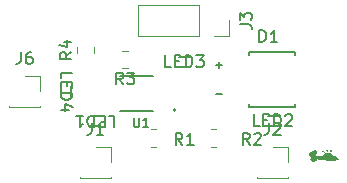
<source format=gbr>
%TF.GenerationSoftware,KiCad,Pcbnew,7.0.9*%
%TF.CreationDate,2024-03-13T02:42:54-05:00*%
%TF.ProjectId,MUX,4d55582e-6b69-4636-9164-5f7063625858,rev?*%
%TF.SameCoordinates,Original*%
%TF.FileFunction,Legend,Top*%
%TF.FilePolarity,Positive*%
%FSLAX46Y46*%
G04 Gerber Fmt 4.6, Leading zero omitted, Abs format (unit mm)*
G04 Created by KiCad (PCBNEW 7.0.9) date 2024-03-13 02:42:54*
%MOMM*%
%LPD*%
G01*
G04 APERTURE LIST*
%ADD10C,0.150000*%
%ADD11C,0.152400*%
%ADD12C,0.127000*%
%ADD13C,0.200000*%
%ADD14C,0.120000*%
G04 APERTURE END LIST*
D10*
X144545180Y-86380952D02*
X144545180Y-85904762D01*
X144545180Y-85904762D02*
X145545180Y-85904762D01*
X145068990Y-86714286D02*
X145068990Y-87047619D01*
X144545180Y-87190476D02*
X144545180Y-86714286D01*
X144545180Y-86714286D02*
X145545180Y-86714286D01*
X145545180Y-86714286D02*
X145545180Y-87190476D01*
X144545180Y-87619048D02*
X145545180Y-87619048D01*
X145545180Y-87619048D02*
X145545180Y-87857143D01*
X145545180Y-87857143D02*
X145497561Y-88000000D01*
X145497561Y-88000000D02*
X145402323Y-88095238D01*
X145402323Y-88095238D02*
X145307085Y-88142857D01*
X145307085Y-88142857D02*
X145116609Y-88190476D01*
X145116609Y-88190476D02*
X144973752Y-88190476D01*
X144973752Y-88190476D02*
X144783276Y-88142857D01*
X144783276Y-88142857D02*
X144688038Y-88095238D01*
X144688038Y-88095238D02*
X144592800Y-88000000D01*
X144592800Y-88000000D02*
X144545180Y-87857143D01*
X144545180Y-87857143D02*
X144545180Y-87619048D01*
X145211847Y-89047619D02*
X144545180Y-89047619D01*
X145592800Y-88809524D02*
X144878514Y-88571429D01*
X144878514Y-88571429D02*
X144878514Y-89190476D01*
X153880952Y-85454819D02*
X153404762Y-85454819D01*
X153404762Y-85454819D02*
X153404762Y-84454819D01*
X154214286Y-84931009D02*
X154547619Y-84931009D01*
X154690476Y-85454819D02*
X154214286Y-85454819D01*
X154214286Y-85454819D02*
X154214286Y-84454819D01*
X154214286Y-84454819D02*
X154690476Y-84454819D01*
X155119048Y-85454819D02*
X155119048Y-84454819D01*
X155119048Y-84454819D02*
X155357143Y-84454819D01*
X155357143Y-84454819D02*
X155500000Y-84502438D01*
X155500000Y-84502438D02*
X155595238Y-84597676D01*
X155595238Y-84597676D02*
X155642857Y-84692914D01*
X155642857Y-84692914D02*
X155690476Y-84883390D01*
X155690476Y-84883390D02*
X155690476Y-85026247D01*
X155690476Y-85026247D02*
X155642857Y-85216723D01*
X155642857Y-85216723D02*
X155595238Y-85311961D01*
X155595238Y-85311961D02*
X155500000Y-85407200D01*
X155500000Y-85407200D02*
X155357143Y-85454819D01*
X155357143Y-85454819D02*
X155119048Y-85454819D01*
X156023810Y-84454819D02*
X156642857Y-84454819D01*
X156642857Y-84454819D02*
X156309524Y-84835771D01*
X156309524Y-84835771D02*
X156452381Y-84835771D01*
X156452381Y-84835771D02*
X156547619Y-84883390D01*
X156547619Y-84883390D02*
X156595238Y-84931009D01*
X156595238Y-84931009D02*
X156642857Y-85026247D01*
X156642857Y-85026247D02*
X156642857Y-85264342D01*
X156642857Y-85264342D02*
X156595238Y-85359580D01*
X156595238Y-85359580D02*
X156547619Y-85407200D01*
X156547619Y-85407200D02*
X156452381Y-85454819D01*
X156452381Y-85454819D02*
X156166667Y-85454819D01*
X156166667Y-85454819D02*
X156071429Y-85407200D01*
X156071429Y-85407200D02*
X156023810Y-85359580D01*
X161380952Y-90454819D02*
X160904762Y-90454819D01*
X160904762Y-90454819D02*
X160904762Y-89454819D01*
X161714286Y-89931009D02*
X162047619Y-89931009D01*
X162190476Y-90454819D02*
X161714286Y-90454819D01*
X161714286Y-90454819D02*
X161714286Y-89454819D01*
X161714286Y-89454819D02*
X162190476Y-89454819D01*
X162619048Y-90454819D02*
X162619048Y-89454819D01*
X162619048Y-89454819D02*
X162857143Y-89454819D01*
X162857143Y-89454819D02*
X163000000Y-89502438D01*
X163000000Y-89502438D02*
X163095238Y-89597676D01*
X163095238Y-89597676D02*
X163142857Y-89692914D01*
X163142857Y-89692914D02*
X163190476Y-89883390D01*
X163190476Y-89883390D02*
X163190476Y-90026247D01*
X163190476Y-90026247D02*
X163142857Y-90216723D01*
X163142857Y-90216723D02*
X163095238Y-90311961D01*
X163095238Y-90311961D02*
X163000000Y-90407200D01*
X163000000Y-90407200D02*
X162857143Y-90454819D01*
X162857143Y-90454819D02*
X162619048Y-90454819D01*
X163571429Y-89550057D02*
X163619048Y-89502438D01*
X163619048Y-89502438D02*
X163714286Y-89454819D01*
X163714286Y-89454819D02*
X163952381Y-89454819D01*
X163952381Y-89454819D02*
X164047619Y-89502438D01*
X164047619Y-89502438D02*
X164095238Y-89550057D01*
X164095238Y-89550057D02*
X164142857Y-89645295D01*
X164142857Y-89645295D02*
X164142857Y-89740533D01*
X164142857Y-89740533D02*
X164095238Y-89883390D01*
X164095238Y-89883390D02*
X163523810Y-90454819D01*
X163523810Y-90454819D02*
X164142857Y-90454819D01*
X148619047Y-89545180D02*
X149095237Y-89545180D01*
X149095237Y-89545180D02*
X149095237Y-90545180D01*
X148285713Y-90068990D02*
X147952380Y-90068990D01*
X147809523Y-89545180D02*
X148285713Y-89545180D01*
X148285713Y-89545180D02*
X148285713Y-90545180D01*
X148285713Y-90545180D02*
X147809523Y-90545180D01*
X147380951Y-89545180D02*
X147380951Y-90545180D01*
X147380951Y-90545180D02*
X147142856Y-90545180D01*
X147142856Y-90545180D02*
X146999999Y-90497561D01*
X146999999Y-90497561D02*
X146904761Y-90402323D01*
X146904761Y-90402323D02*
X146857142Y-90307085D01*
X146857142Y-90307085D02*
X146809523Y-90116609D01*
X146809523Y-90116609D02*
X146809523Y-89973752D01*
X146809523Y-89973752D02*
X146857142Y-89783276D01*
X146857142Y-89783276D02*
X146904761Y-89688038D01*
X146904761Y-89688038D02*
X146999999Y-89592800D01*
X146999999Y-89592800D02*
X147142856Y-89545180D01*
X147142856Y-89545180D02*
X147380951Y-89545180D01*
X145857142Y-89545180D02*
X146428570Y-89545180D01*
X146142856Y-89545180D02*
X146142856Y-90545180D01*
X146142856Y-90545180D02*
X146238094Y-90402323D01*
X146238094Y-90402323D02*
X146333332Y-90307085D01*
X146333332Y-90307085D02*
X146428570Y-90259466D01*
X150720476Y-89722295D02*
X150720476Y-90369914D01*
X150720476Y-90369914D02*
X150758571Y-90446104D01*
X150758571Y-90446104D02*
X150796666Y-90484200D01*
X150796666Y-90484200D02*
X150872857Y-90522295D01*
X150872857Y-90522295D02*
X151025238Y-90522295D01*
X151025238Y-90522295D02*
X151101428Y-90484200D01*
X151101428Y-90484200D02*
X151139523Y-90446104D01*
X151139523Y-90446104D02*
X151177619Y-90369914D01*
X151177619Y-90369914D02*
X151177619Y-89722295D01*
X151977618Y-90522295D02*
X151520475Y-90522295D01*
X151749047Y-90522295D02*
X151749047Y-89722295D01*
X151749047Y-89722295D02*
X151672856Y-89836580D01*
X151672856Y-89836580D02*
X151596666Y-89912771D01*
X151596666Y-89912771D02*
X151520475Y-89950866D01*
X149833333Y-86904819D02*
X149500000Y-86428628D01*
X149261905Y-86904819D02*
X149261905Y-85904819D01*
X149261905Y-85904819D02*
X149642857Y-85904819D01*
X149642857Y-85904819D02*
X149738095Y-85952438D01*
X149738095Y-85952438D02*
X149785714Y-86000057D01*
X149785714Y-86000057D02*
X149833333Y-86095295D01*
X149833333Y-86095295D02*
X149833333Y-86238152D01*
X149833333Y-86238152D02*
X149785714Y-86333390D01*
X149785714Y-86333390D02*
X149738095Y-86381009D01*
X149738095Y-86381009D02*
X149642857Y-86428628D01*
X149642857Y-86428628D02*
X149261905Y-86428628D01*
X150166667Y-85904819D02*
X150785714Y-85904819D01*
X150785714Y-85904819D02*
X150452381Y-86285771D01*
X150452381Y-86285771D02*
X150595238Y-86285771D01*
X150595238Y-86285771D02*
X150690476Y-86333390D01*
X150690476Y-86333390D02*
X150738095Y-86381009D01*
X150738095Y-86381009D02*
X150785714Y-86476247D01*
X150785714Y-86476247D02*
X150785714Y-86714342D01*
X150785714Y-86714342D02*
X150738095Y-86809580D01*
X150738095Y-86809580D02*
X150690476Y-86857200D01*
X150690476Y-86857200D02*
X150595238Y-86904819D01*
X150595238Y-86904819D02*
X150309524Y-86904819D01*
X150309524Y-86904819D02*
X150214286Y-86857200D01*
X150214286Y-86857200D02*
X150166667Y-86809580D01*
X154843333Y-92034819D02*
X154510000Y-91558628D01*
X154271905Y-92034819D02*
X154271905Y-91034819D01*
X154271905Y-91034819D02*
X154652857Y-91034819D01*
X154652857Y-91034819D02*
X154748095Y-91082438D01*
X154748095Y-91082438D02*
X154795714Y-91130057D01*
X154795714Y-91130057D02*
X154843333Y-91225295D01*
X154843333Y-91225295D02*
X154843333Y-91368152D01*
X154843333Y-91368152D02*
X154795714Y-91463390D01*
X154795714Y-91463390D02*
X154748095Y-91511009D01*
X154748095Y-91511009D02*
X154652857Y-91558628D01*
X154652857Y-91558628D02*
X154271905Y-91558628D01*
X155795714Y-92034819D02*
X155224286Y-92034819D01*
X155510000Y-92034819D02*
X155510000Y-91034819D01*
X155510000Y-91034819D02*
X155414762Y-91177676D01*
X155414762Y-91177676D02*
X155319524Y-91272914D01*
X155319524Y-91272914D02*
X155224286Y-91320533D01*
X160543333Y-92034819D02*
X160210000Y-91558628D01*
X159971905Y-92034819D02*
X159971905Y-91034819D01*
X159971905Y-91034819D02*
X160352857Y-91034819D01*
X160352857Y-91034819D02*
X160448095Y-91082438D01*
X160448095Y-91082438D02*
X160495714Y-91130057D01*
X160495714Y-91130057D02*
X160543333Y-91225295D01*
X160543333Y-91225295D02*
X160543333Y-91368152D01*
X160543333Y-91368152D02*
X160495714Y-91463390D01*
X160495714Y-91463390D02*
X160448095Y-91511009D01*
X160448095Y-91511009D02*
X160352857Y-91558628D01*
X160352857Y-91558628D02*
X159971905Y-91558628D01*
X160924286Y-91130057D02*
X160971905Y-91082438D01*
X160971905Y-91082438D02*
X161067143Y-91034819D01*
X161067143Y-91034819D02*
X161305238Y-91034819D01*
X161305238Y-91034819D02*
X161400476Y-91082438D01*
X161400476Y-91082438D02*
X161448095Y-91130057D01*
X161448095Y-91130057D02*
X161495714Y-91225295D01*
X161495714Y-91225295D02*
X161495714Y-91320533D01*
X161495714Y-91320533D02*
X161448095Y-91463390D01*
X161448095Y-91463390D02*
X160876667Y-92034819D01*
X160876667Y-92034819D02*
X161495714Y-92034819D01*
X147166666Y-90184819D02*
X147166666Y-90899104D01*
X147166666Y-90899104D02*
X147119047Y-91041961D01*
X147119047Y-91041961D02*
X147023809Y-91137200D01*
X147023809Y-91137200D02*
X146880952Y-91184819D01*
X146880952Y-91184819D02*
X146785714Y-91184819D01*
X148166666Y-91184819D02*
X147595238Y-91184819D01*
X147880952Y-91184819D02*
X147880952Y-90184819D01*
X147880952Y-90184819D02*
X147785714Y-90327676D01*
X147785714Y-90327676D02*
X147690476Y-90422914D01*
X147690476Y-90422914D02*
X147595238Y-90470533D01*
X162166666Y-90184819D02*
X162166666Y-90899104D01*
X162166666Y-90899104D02*
X162119047Y-91041961D01*
X162119047Y-91041961D02*
X162023809Y-91137200D01*
X162023809Y-91137200D02*
X161880952Y-91184819D01*
X161880952Y-91184819D02*
X161785714Y-91184819D01*
X162595238Y-90280057D02*
X162642857Y-90232438D01*
X162642857Y-90232438D02*
X162738095Y-90184819D01*
X162738095Y-90184819D02*
X162976190Y-90184819D01*
X162976190Y-90184819D02*
X163071428Y-90232438D01*
X163071428Y-90232438D02*
X163119047Y-90280057D01*
X163119047Y-90280057D02*
X163166666Y-90375295D01*
X163166666Y-90375295D02*
X163166666Y-90470533D01*
X163166666Y-90470533D02*
X163119047Y-90613390D01*
X163119047Y-90613390D02*
X162547619Y-91184819D01*
X162547619Y-91184819D02*
X163166666Y-91184819D01*
X159724819Y-81833333D02*
X160439104Y-81833333D01*
X160439104Y-81833333D02*
X160581961Y-81880952D01*
X160581961Y-81880952D02*
X160677200Y-81976190D01*
X160677200Y-81976190D02*
X160724819Y-82119047D01*
X160724819Y-82119047D02*
X160724819Y-82214285D01*
X159724819Y-81452380D02*
X159724819Y-80833333D01*
X159724819Y-80833333D02*
X160105771Y-81166666D01*
X160105771Y-81166666D02*
X160105771Y-81023809D01*
X160105771Y-81023809D02*
X160153390Y-80928571D01*
X160153390Y-80928571D02*
X160201009Y-80880952D01*
X160201009Y-80880952D02*
X160296247Y-80833333D01*
X160296247Y-80833333D02*
X160534342Y-80833333D01*
X160534342Y-80833333D02*
X160629580Y-80880952D01*
X160629580Y-80880952D02*
X160677200Y-80928571D01*
X160677200Y-80928571D02*
X160724819Y-81023809D01*
X160724819Y-81023809D02*
X160724819Y-81309523D01*
X160724819Y-81309523D02*
X160677200Y-81404761D01*
X160677200Y-81404761D02*
X160629580Y-81452380D01*
X161374405Y-83319819D02*
X161374405Y-82319819D01*
X161374405Y-82319819D02*
X161612500Y-82319819D01*
X161612500Y-82319819D02*
X161755357Y-82367438D01*
X161755357Y-82367438D02*
X161850595Y-82462676D01*
X161850595Y-82462676D02*
X161898214Y-82557914D01*
X161898214Y-82557914D02*
X161945833Y-82748390D01*
X161945833Y-82748390D02*
X161945833Y-82891247D01*
X161945833Y-82891247D02*
X161898214Y-83081723D01*
X161898214Y-83081723D02*
X161850595Y-83176961D01*
X161850595Y-83176961D02*
X161755357Y-83272200D01*
X161755357Y-83272200D02*
X161612500Y-83319819D01*
X161612500Y-83319819D02*
X161374405Y-83319819D01*
X162898214Y-83319819D02*
X162326786Y-83319819D01*
X162612500Y-83319819D02*
X162612500Y-82319819D01*
X162612500Y-82319819D02*
X162517262Y-82462676D01*
X162517262Y-82462676D02*
X162422024Y-82557914D01*
X162422024Y-82557914D02*
X162326786Y-82605533D01*
X141166666Y-84184819D02*
X141166666Y-84899104D01*
X141166666Y-84899104D02*
X141119047Y-85041961D01*
X141119047Y-85041961D02*
X141023809Y-85137200D01*
X141023809Y-85137200D02*
X140880952Y-85184819D01*
X140880952Y-85184819D02*
X140785714Y-85184819D01*
X142071428Y-84184819D02*
X141880952Y-84184819D01*
X141880952Y-84184819D02*
X141785714Y-84232438D01*
X141785714Y-84232438D02*
X141738095Y-84280057D01*
X141738095Y-84280057D02*
X141642857Y-84422914D01*
X141642857Y-84422914D02*
X141595238Y-84613390D01*
X141595238Y-84613390D02*
X141595238Y-84994342D01*
X141595238Y-84994342D02*
X141642857Y-85089580D01*
X141642857Y-85089580D02*
X141690476Y-85137200D01*
X141690476Y-85137200D02*
X141785714Y-85184819D01*
X141785714Y-85184819D02*
X141976190Y-85184819D01*
X141976190Y-85184819D02*
X142071428Y-85137200D01*
X142071428Y-85137200D02*
X142119047Y-85089580D01*
X142119047Y-85089580D02*
X142166666Y-84994342D01*
X142166666Y-84994342D02*
X142166666Y-84756247D01*
X142166666Y-84756247D02*
X142119047Y-84661009D01*
X142119047Y-84661009D02*
X142071428Y-84613390D01*
X142071428Y-84613390D02*
X141976190Y-84565771D01*
X141976190Y-84565771D02*
X141785714Y-84565771D01*
X141785714Y-84565771D02*
X141690476Y-84613390D01*
X141690476Y-84613390D02*
X141642857Y-84661009D01*
X141642857Y-84661009D02*
X141595238Y-84756247D01*
X145454819Y-84166666D02*
X144978628Y-84499999D01*
X145454819Y-84738094D02*
X144454819Y-84738094D01*
X144454819Y-84738094D02*
X144454819Y-84357142D01*
X144454819Y-84357142D02*
X144502438Y-84261904D01*
X144502438Y-84261904D02*
X144550057Y-84214285D01*
X144550057Y-84214285D02*
X144645295Y-84166666D01*
X144645295Y-84166666D02*
X144788152Y-84166666D01*
X144788152Y-84166666D02*
X144883390Y-84214285D01*
X144883390Y-84214285D02*
X144931009Y-84261904D01*
X144931009Y-84261904D02*
X144978628Y-84357142D01*
X144978628Y-84357142D02*
X144978628Y-84738094D01*
X144788152Y-83309523D02*
X145454819Y-83309523D01*
X144407200Y-83547618D02*
X145121485Y-83785713D01*
X145121485Y-83785713D02*
X145121485Y-83166666D01*
D11*
%TO.C,LED4*%
X144568200Y-87058250D02*
X144568200Y-87941750D01*
X145431800Y-87941750D02*
X145431800Y-87058250D01*
%TO.C,LED3*%
X154558250Y-85431800D02*
X155441750Y-85431800D01*
X155441750Y-84568200D02*
X154558250Y-84568200D01*
%TO.C,LED2*%
X162058250Y-90431800D02*
X162941750Y-90431800D01*
X162941750Y-89568200D02*
X162058250Y-89568200D01*
%TO.C,LED1*%
X147941750Y-89568200D02*
X147058250Y-89568200D01*
X147058250Y-90431800D02*
X147941750Y-90431800D01*
D12*
%TO.C,U1*%
X152400000Y-89195000D02*
X149600000Y-89195000D01*
X152400000Y-86205000D02*
X149600000Y-86205000D01*
D13*
X154290000Y-89075000D02*
G75*
G03*
X154290000Y-89075000I-100000J0D01*
G01*
D14*
%TO.C,R3*%
X150227064Y-85535000D02*
X149772936Y-85535000D01*
X150227064Y-84065000D02*
X149772936Y-84065000D01*
%TO.C,R1*%
X152172936Y-90705000D02*
X152627064Y-90705000D01*
X152172936Y-92175000D02*
X152627064Y-92175000D01*
%TO.C,R2*%
X157707064Y-92175000D02*
X157252936Y-92175000D01*
X157707064Y-90705000D02*
X157252936Y-90705000D01*
%TO.C,J1*%
X146170000Y-94710000D02*
X146170000Y-94830000D01*
X146170000Y-94830000D02*
X148830000Y-94830000D01*
X147500000Y-92170000D02*
X148830000Y-92170000D01*
X148830000Y-92170000D02*
X148830000Y-93500000D01*
X148830000Y-94710000D02*
X148830000Y-94830000D01*
%TO.C,J2*%
X161170000Y-94710000D02*
X161170000Y-94830000D01*
X161170000Y-94830000D02*
X163830000Y-94830000D01*
X162500000Y-92170000D02*
X163830000Y-92170000D01*
X163830000Y-92170000D02*
X163830000Y-93500000D01*
X163830000Y-94710000D02*
X163830000Y-94830000D01*
%TO.C,J3*%
X156230000Y-80170000D02*
X151090000Y-80170000D01*
X156230000Y-80170000D02*
X156230000Y-82830000D01*
X151090000Y-80170000D02*
X151090000Y-82830000D01*
X158830000Y-81500000D02*
X158830000Y-82830000D01*
X158830000Y-82830000D02*
X157500000Y-82830000D01*
X156230000Y-82830000D02*
X151090000Y-82830000D01*
D12*
%TO.C,D1*%
X157687500Y-85250000D02*
X158187500Y-85250000D01*
X157687500Y-87750000D02*
X158187500Y-87750000D01*
X157937500Y-85000000D02*
X157937500Y-85500000D01*
X160512500Y-84137500D02*
X160512500Y-84405000D01*
X160512500Y-88595000D02*
X160512500Y-88862500D01*
X160512500Y-88862500D02*
X164362500Y-88862500D01*
X164362500Y-84137500D02*
X160512500Y-84137500D01*
X164362500Y-84405000D02*
X164362500Y-84137500D01*
X164362500Y-88862500D02*
X164362500Y-88595000D01*
D14*
%TO.C,J6*%
X140170000Y-88710000D02*
X140170000Y-88830000D01*
X140170000Y-88830000D02*
X142830000Y-88830000D01*
X141500000Y-86170000D02*
X142830000Y-86170000D01*
X142830000Y-86170000D02*
X142830000Y-87500000D01*
X142830000Y-88710000D02*
X142830000Y-88830000D01*
%TO.C,G\u002A\u002A\u002A*%
G36*
X165797382Y-92581209D02*
G01*
X165796132Y-92582459D01*
X165794882Y-92581209D01*
X165796132Y-92579959D01*
X165797382Y-92581209D01*
G37*
G36*
X165802382Y-92578709D02*
G01*
X165801132Y-92579959D01*
X165799882Y-92578709D01*
X165801132Y-92577459D01*
X165802382Y-92578709D01*
G37*
G36*
X165924894Y-93041254D02*
G01*
X165923644Y-93042504D01*
X165922394Y-93041254D01*
X165923644Y-93040004D01*
X165924894Y-93041254D01*
G37*
G36*
X165927395Y-93253775D02*
G01*
X165926144Y-93255025D01*
X165924894Y-93253775D01*
X165926144Y-93252525D01*
X165927395Y-93253775D01*
G37*
G36*
X165937396Y-93076258D02*
G01*
X165936145Y-93077508D01*
X165934895Y-93076258D01*
X165936145Y-93075008D01*
X165937396Y-93076258D01*
G37*
G36*
X165989901Y-92786229D02*
G01*
X165988651Y-92787479D01*
X165987400Y-92786229D01*
X165988651Y-92784979D01*
X165989901Y-92786229D01*
G37*
G36*
X166014903Y-92878738D02*
G01*
X166013653Y-92879988D01*
X166012403Y-92878738D01*
X166013653Y-92877488D01*
X166014903Y-92878738D01*
G37*
G36*
X166042406Y-92751226D02*
G01*
X166041156Y-92752476D01*
X166039906Y-92751226D01*
X166041156Y-92749976D01*
X166042406Y-92751226D01*
G37*
G36*
X166042406Y-93201270D02*
G01*
X166041156Y-93202520D01*
X166039906Y-93201270D01*
X166041156Y-93200020D01*
X166042406Y-93201270D01*
G37*
G36*
X166049907Y-92746225D02*
G01*
X166048657Y-92747475D01*
X166047406Y-92746225D01*
X166048657Y-92744975D01*
X166049907Y-92746225D01*
G37*
G36*
X166059908Y-92596210D02*
G01*
X166058658Y-92597461D01*
X166057407Y-92596210D01*
X166058658Y-92594960D01*
X166059908Y-92596210D01*
G37*
G36*
X166069909Y-92661217D02*
G01*
X166068658Y-92662467D01*
X166067408Y-92661217D01*
X166068658Y-92659967D01*
X166069909Y-92661217D01*
G37*
G36*
X166092411Y-93146265D02*
G01*
X166091161Y-93147515D01*
X166089911Y-93146265D01*
X166091161Y-93145014D01*
X166092411Y-93146265D01*
G37*
G36*
X166137415Y-92543705D02*
G01*
X166136165Y-92544955D01*
X166134915Y-92543705D01*
X166136165Y-92542455D01*
X166137415Y-92543705D01*
G37*
G36*
X166147416Y-92538705D02*
G01*
X166146166Y-92539955D01*
X166144916Y-92538705D01*
X166146166Y-92537455D01*
X166147416Y-92538705D01*
G37*
G36*
X166192421Y-92881238D02*
G01*
X166191171Y-92882489D01*
X166189920Y-92881238D01*
X166191171Y-92879988D01*
X166192421Y-92881238D01*
G37*
G36*
X166192421Y-93056256D02*
G01*
X166191171Y-93057506D01*
X166189920Y-93056256D01*
X166191171Y-93055006D01*
X166192421Y-93056256D01*
G37*
G36*
X166574958Y-93321282D02*
G01*
X166573708Y-93322532D01*
X166572458Y-93321282D01*
X166573708Y-93320032D01*
X166574958Y-93321282D01*
G37*
G36*
X165909048Y-93271902D02*
G01*
X165909379Y-93277021D01*
X165909048Y-93278153D01*
X165908136Y-93278467D01*
X165907787Y-93275027D01*
X165908180Y-93271478D01*
X165909048Y-93271902D01*
G37*
G36*
X166041572Y-92933327D02*
G01*
X166041872Y-92936294D01*
X166041572Y-92936661D01*
X166040086Y-92936317D01*
X166039906Y-92934994D01*
X166040820Y-92932936D01*
X166041572Y-92933327D01*
G37*
G36*
X166084077Y-92673301D02*
G01*
X166084376Y-92676269D01*
X166084077Y-92676635D01*
X166082590Y-92676292D01*
X166082410Y-92674968D01*
X166083325Y-92672910D01*
X166084077Y-92673301D01*
G37*
G36*
X166581626Y-93323365D02*
G01*
X166581282Y-93324852D01*
X166579959Y-93325032D01*
X166577901Y-93324117D01*
X166578292Y-93323365D01*
X166581259Y-93323066D01*
X166581626Y-93323365D01*
G37*
G36*
X165750686Y-93203522D02*
G01*
X165750788Y-93207449D01*
X165748663Y-93209136D01*
X165746017Y-93207344D01*
X165745924Y-93203351D01*
X165746763Y-93202134D01*
X165749465Y-93201576D01*
X165750686Y-93203522D01*
G37*
G36*
X165866009Y-93219068D02*
G01*
X165869528Y-93221085D01*
X165868938Y-93222390D01*
X165867536Y-93222522D01*
X165864146Y-93220706D01*
X165863656Y-93220050D01*
X165864058Y-93218630D01*
X165866009Y-93219068D01*
G37*
G36*
X166016219Y-92982981D02*
G01*
X166015469Y-92984841D01*
X166013136Y-92986088D01*
X166010215Y-92986849D01*
X166011413Y-92985018D01*
X166011736Y-92984688D01*
X166015014Y-92982714D01*
X166016219Y-92982981D01*
G37*
G36*
X165977207Y-92821347D02*
G01*
X165977400Y-92822188D01*
X165975575Y-92825722D01*
X165974899Y-92826233D01*
X165972592Y-92826119D01*
X165972399Y-92825278D01*
X165974224Y-92821743D01*
X165974899Y-92821233D01*
X165977207Y-92821347D01*
G37*
G36*
X166049122Y-93196634D02*
G01*
X166048657Y-93197520D01*
X166046301Y-93199907D01*
X166045861Y-93200020D01*
X166045691Y-93198405D01*
X166046156Y-93197520D01*
X166048512Y-93195132D01*
X166048952Y-93195019D01*
X166049122Y-93196634D01*
G37*
G36*
X166069078Y-93198960D02*
G01*
X166071161Y-93203731D01*
X166070575Y-93204572D01*
X166066871Y-93202036D01*
X166066683Y-93201895D01*
X166064050Y-93198162D01*
X166064360Y-93195835D01*
X166066583Y-93195224D01*
X166069078Y-93198960D01*
G37*
G36*
X165940988Y-93064810D02*
G01*
X165945033Y-93070200D01*
X165948140Y-93075819D01*
X165948601Y-93079654D01*
X165948329Y-93080060D01*
X165946129Y-93079390D01*
X165943171Y-93074971D01*
X165941957Y-93072367D01*
X165939247Y-93065469D01*
X165938902Y-93062966D01*
X165940988Y-93064810D01*
G37*
G36*
X166078309Y-93209629D02*
G01*
X166082310Y-93211487D01*
X166083846Y-93212823D01*
X166084679Y-93214505D01*
X166083288Y-93214467D01*
X166078507Y-93212633D01*
X166078034Y-93212443D01*
X166073730Y-93210320D01*
X166072409Y-93209085D01*
X166074259Y-93208583D01*
X166078309Y-93209629D01*
G37*
G36*
X166131646Y-92546107D02*
G01*
X166129118Y-92548615D01*
X166124953Y-92551568D01*
X166120521Y-92553983D01*
X166117413Y-92554884D01*
X166116748Y-92553774D01*
X166119719Y-92550964D01*
X166121164Y-92549956D01*
X166126816Y-92546648D01*
X166130837Y-92545054D01*
X166131165Y-92545027D01*
X166131646Y-92546107D01*
G37*
G36*
X166007697Y-92991477D02*
G01*
X166005801Y-92995443D01*
X166000918Y-93001199D01*
X165996776Y-93005183D01*
X165988301Y-93011725D01*
X165980995Y-93014612D01*
X165977937Y-93014899D01*
X165970038Y-93016242D01*
X165963560Y-93019040D01*
X165959269Y-93021147D01*
X165957400Y-93020668D01*
X165957398Y-93020596D01*
X165959710Y-93016438D01*
X165966757Y-93012422D01*
X165973134Y-93010097D01*
X165980739Y-93006723D01*
X165989488Y-93001554D01*
X165993783Y-92998520D01*
X166000085Y-92993863D01*
X166004658Y-92990768D01*
X166006174Y-92989999D01*
X166007697Y-92991477D01*
G37*
G36*
X167522530Y-92681479D02*
G01*
X167525029Y-92683691D01*
X167528451Y-92686227D01*
X167530110Y-92686184D01*
X167533896Y-92685915D01*
X167536263Y-92686550D01*
X167539200Y-92689730D01*
X167538825Y-92694922D01*
X167535845Y-92701164D01*
X167530968Y-92707491D01*
X167524902Y-92712942D01*
X167518352Y-92716552D01*
X167513557Y-92717472D01*
X167507117Y-92716466D01*
X167502853Y-92714088D01*
X167501072Y-92708720D01*
X167501281Y-92700928D01*
X167503117Y-92692696D01*
X167506214Y-92686011D01*
X167508461Y-92683613D01*
X167516098Y-92680260D01*
X167522530Y-92681479D01*
G37*
G36*
X167293466Y-92621114D02*
G01*
X167296712Y-92624353D01*
X167297529Y-92629798D01*
X167295843Y-92636449D01*
X167291588Y-92643742D01*
X167285966Y-92650180D01*
X167280182Y-92654265D01*
X167277304Y-92654966D01*
X167272992Y-92652906D01*
X167267802Y-92647492D01*
X167265836Y-92644749D01*
X167261680Y-92637001D01*
X167261391Y-92631361D01*
X167261528Y-92631214D01*
X167287528Y-92631214D01*
X167288779Y-92632464D01*
X167290029Y-92631214D01*
X167288779Y-92629964D01*
X167287528Y-92631214D01*
X167261528Y-92631214D01*
X167265315Y-92627149D01*
X167273796Y-92623687D01*
X167277014Y-92622765D01*
X167287121Y-92620660D01*
X167293466Y-92621114D01*
G37*
G36*
X166977643Y-92642188D02*
G01*
X166980932Y-92647739D01*
X166982051Y-92657656D01*
X166978517Y-92666451D01*
X166971805Y-92672536D01*
X166962307Y-92676729D01*
X166954571Y-92676855D01*
X166950495Y-92674468D01*
X166947753Y-92668775D01*
X166949046Y-92663300D01*
X166958329Y-92663300D01*
X166958673Y-92664787D01*
X166959996Y-92664967D01*
X166962054Y-92664052D01*
X166961663Y-92663300D01*
X166958696Y-92663001D01*
X166958329Y-92663300D01*
X166949046Y-92663300D01*
X166949474Y-92661487D01*
X166954819Y-92653716D01*
X166967497Y-92653716D01*
X166968747Y-92654966D01*
X166969997Y-92653716D01*
X166968747Y-92652466D01*
X166967497Y-92653716D01*
X166954819Y-92653716D01*
X166955712Y-92652417D01*
X166957481Y-92650401D01*
X166962104Y-92646215D01*
X166969997Y-92646215D01*
X166971247Y-92647465D01*
X166972497Y-92646215D01*
X166971247Y-92644965D01*
X166969997Y-92646215D01*
X166962104Y-92646215D01*
X166965587Y-92643061D01*
X166972366Y-92640317D01*
X166977643Y-92642188D01*
G37*
G36*
X167415351Y-92449715D02*
G01*
X167428662Y-92449963D01*
X167440262Y-92450456D01*
X167449033Y-92451197D01*
X167452918Y-92451872D01*
X167460520Y-92454998D01*
X167468900Y-92459996D01*
X167471862Y-92462198D01*
X167477822Y-92467842D01*
X167482257Y-92474537D01*
X167486176Y-92483942D01*
X167487554Y-92488001D01*
X167490496Y-92497556D01*
X167491970Y-92504862D01*
X167492143Y-92512035D01*
X167491182Y-92521188D01*
X167490536Y-92525749D01*
X167488839Y-92536072D01*
X167486871Y-92543183D01*
X167483845Y-92548843D01*
X167478972Y-92554812D01*
X167476165Y-92557856D01*
X167470490Y-92564491D01*
X167466720Y-92570009D01*
X167465676Y-92573168D01*
X167468480Y-92576412D01*
X167473116Y-92579355D01*
X167478712Y-92583173D01*
X167485206Y-92589080D01*
X167487609Y-92591661D01*
X167491933Y-92596894D01*
X167494177Y-92601234D01*
X167494796Y-92606488D01*
X167494249Y-92614468D01*
X167493997Y-92616965D01*
X167492589Y-92626565D01*
X167490618Y-92635043D01*
X167488919Y-92639662D01*
X167480216Y-92651100D01*
X167466694Y-92661365D01*
X167448406Y-92670419D01*
X167446614Y-92671139D01*
X167436969Y-92673517D01*
X167423904Y-92674777D01*
X167408865Y-92674950D01*
X167393297Y-92674067D01*
X167378646Y-92672160D01*
X167366911Y-92669431D01*
X167350035Y-92664222D01*
X167350035Y-92653506D01*
X167350607Y-92645089D01*
X167351575Y-92640061D01*
X167384420Y-92640061D01*
X167385309Y-92642389D01*
X167387248Y-92643306D01*
X167395786Y-92644458D01*
X167407164Y-92644531D01*
X167419357Y-92643614D01*
X167430344Y-92641796D01*
X167432228Y-92641330D01*
X167444266Y-92637141D01*
X167452028Y-92631730D01*
X167456219Y-92624321D01*
X167457542Y-92614138D01*
X167457545Y-92613447D01*
X167457201Y-92605310D01*
X167455707Y-92600349D01*
X167452372Y-92596760D01*
X167450670Y-92595513D01*
X167443199Y-92591226D01*
X167435295Y-92587842D01*
X167427576Y-92586117D01*
X167418029Y-92585204D01*
X167408215Y-92585096D01*
X167399694Y-92585791D01*
X167394027Y-92587283D01*
X167393039Y-92587960D01*
X167391096Y-92592247D01*
X167390020Y-92599144D01*
X167389951Y-92601086D01*
X167389352Y-92609215D01*
X167387900Y-92619510D01*
X167386535Y-92626720D01*
X167384846Y-92635229D01*
X167384420Y-92640061D01*
X167351575Y-92640061D01*
X167352027Y-92637717D01*
X167352449Y-92636440D01*
X167354896Y-92626890D01*
X167356794Y-92612821D01*
X167358120Y-92594687D01*
X167358195Y-92592460D01*
X167370037Y-92592460D01*
X167370951Y-92594518D01*
X167371703Y-92594127D01*
X167372003Y-92591160D01*
X167371703Y-92590793D01*
X167370217Y-92591136D01*
X167370037Y-92592460D01*
X167358195Y-92592460D01*
X167358853Y-92572942D01*
X167358972Y-92548040D01*
X167358665Y-92531716D01*
X167385056Y-92531716D01*
X167385349Y-92538409D01*
X167386986Y-92541702D01*
X167391057Y-92543185D01*
X167393164Y-92543557D01*
X167408272Y-92545599D01*
X167422808Y-92546792D01*
X167435709Y-92547114D01*
X167445912Y-92546539D01*
X167452355Y-92545045D01*
X167452683Y-92544881D01*
X167457337Y-92540789D01*
X167460951Y-92535505D01*
X167462698Y-92531066D01*
X167462995Y-92526291D01*
X167461778Y-92519539D01*
X167460065Y-92513023D01*
X167456207Y-92501372D01*
X167451673Y-92493490D01*
X167445441Y-92488158D01*
X167436489Y-92484157D01*
X167435595Y-92483848D01*
X167420768Y-92480398D01*
X167407371Y-92480984D01*
X167397939Y-92483831D01*
X167392772Y-92486094D01*
X167389743Y-92488604D01*
X167388103Y-92492731D01*
X167387103Y-92499843D01*
X167386655Y-92504458D01*
X167385806Y-92515070D01*
X167385224Y-92525411D01*
X167385056Y-92531716D01*
X167358665Y-92531716D01*
X167358453Y-92520435D01*
X167358293Y-92515276D01*
X167357953Y-92504951D01*
X167365717Y-92504951D01*
X167365912Y-92510359D01*
X167366411Y-92511844D01*
X167366801Y-92510577D01*
X167367214Y-92503291D01*
X167366801Y-92499326D01*
X167366182Y-92498141D01*
X167365790Y-92501282D01*
X167365717Y-92504951D01*
X167357953Y-92504951D01*
X167356504Y-92460989D01*
X167365233Y-92460989D01*
X167365693Y-92464232D01*
X167366547Y-92464270D01*
X167367143Y-92460924D01*
X167366744Y-92459478D01*
X167365634Y-92458531D01*
X167365233Y-92460989D01*
X167356504Y-92460989D01*
X167356285Y-92454343D01*
X167362248Y-92452078D01*
X167367349Y-92451134D01*
X167376328Y-92450423D01*
X167388066Y-92449948D01*
X167401447Y-92449711D01*
X167415351Y-92449715D01*
G37*
G36*
X167116268Y-92450356D02*
G01*
X167129341Y-92451275D01*
X167139560Y-92452711D01*
X167142883Y-92453527D01*
X167157965Y-92459007D01*
X167168825Y-92465351D01*
X167176241Y-92473306D01*
X167180991Y-92483619D01*
X167183046Y-92492101D01*
X167184465Y-92500803D01*
X167184550Y-92507037D01*
X167182994Y-92513011D01*
X167179492Y-92520935D01*
X167178878Y-92522221D01*
X167171846Y-92536936D01*
X167183494Y-92549071D01*
X167192329Y-92560043D01*
X167197817Y-92571601D01*
X167200240Y-92584852D01*
X167199881Y-92600901D01*
X167198886Y-92609343D01*
X167197134Y-92617941D01*
X167193982Y-92624094D01*
X167188133Y-92630144D01*
X167186658Y-92631434D01*
X167178726Y-92637920D01*
X167171358Y-92642882D01*
X167163521Y-92646706D01*
X167154183Y-92649777D01*
X167142311Y-92652481D01*
X167126874Y-92655204D01*
X167120230Y-92656266D01*
X167105110Y-92658403D01*
X167093516Y-92659401D01*
X167084120Y-92659317D01*
X167075592Y-92658208D01*
X167075395Y-92658171D01*
X167071135Y-92656317D01*
X167070808Y-92652250D01*
X167070960Y-92651636D01*
X167071298Y-92647299D01*
X167071268Y-92639011D01*
X167070896Y-92627806D01*
X167070212Y-92614718D01*
X167069824Y-92608712D01*
X167066945Y-92580566D01*
X167101914Y-92580566D01*
X167103462Y-92591862D01*
X167104357Y-92601099D01*
X167104916Y-92612090D01*
X167105010Y-92617811D01*
X167105010Y-92632464D01*
X167115637Y-92632463D01*
X167124313Y-92631519D01*
X167134457Y-92629118D01*
X167139416Y-92627462D01*
X167147882Y-92624642D01*
X167155331Y-92622829D01*
X167158525Y-92622463D01*
X167162452Y-92621867D01*
X167165056Y-92619537D01*
X167166596Y-92614656D01*
X167167330Y-92606409D01*
X167167517Y-92594062D01*
X167167153Y-92581185D01*
X167166337Y-92576208D01*
X167175017Y-92576208D01*
X167176268Y-92577459D01*
X167177518Y-92576208D01*
X167176268Y-92574958D01*
X167175017Y-92576208D01*
X167166337Y-92576208D01*
X167165729Y-92572501D01*
X167162745Y-92567236D01*
X167157699Y-92564613D01*
X167150091Y-92563858D01*
X167148029Y-92563865D01*
X167136735Y-92565340D01*
X167124173Y-92569746D01*
X167118690Y-92572307D01*
X167101914Y-92580566D01*
X167066945Y-92580566D01*
X167066681Y-92577988D01*
X167061576Y-92546770D01*
X167060320Y-92541205D01*
X167090009Y-92541205D01*
X167091259Y-92542455D01*
X167092509Y-92541205D01*
X167091259Y-92539955D01*
X167090009Y-92541205D01*
X167060320Y-92541205D01*
X167059192Y-92536205D01*
X167160016Y-92536205D01*
X167161266Y-92537455D01*
X167162516Y-92536205D01*
X167161266Y-92534954D01*
X167160016Y-92536205D01*
X167059192Y-92536205D01*
X167054882Y-92517104D01*
X167049947Y-92499908D01*
X167047188Y-92488909D01*
X167047153Y-92488700D01*
X167057506Y-92488700D01*
X167058756Y-92489950D01*
X167060006Y-92488700D01*
X167058756Y-92487450D01*
X167057506Y-92488700D01*
X167047153Y-92488700D01*
X167045170Y-92476766D01*
X167044953Y-92474510D01*
X167076780Y-92474510D01*
X167076816Y-92475034D01*
X167078414Y-92482637D01*
X167081007Y-92492005D01*
X167084189Y-92501978D01*
X167087551Y-92511395D01*
X167090687Y-92519093D01*
X167093190Y-92523913D01*
X167094316Y-92524953D01*
X167098341Y-92524165D01*
X167105354Y-92522124D01*
X167111862Y-92519953D01*
X167120510Y-92517229D01*
X167127995Y-92515412D01*
X167131610Y-92514952D01*
X167138024Y-92512972D01*
X167145316Y-92507893D01*
X167151972Y-92501006D01*
X167156369Y-92493859D01*
X167157186Y-92489950D01*
X167170017Y-92489950D01*
X167170932Y-92492008D01*
X167171684Y-92491617D01*
X167171983Y-92488650D01*
X167171684Y-92488283D01*
X167170197Y-92488626D01*
X167170017Y-92489950D01*
X167157186Y-92489950D01*
X167158086Y-92485642D01*
X167156064Y-92481199D01*
X167167517Y-92481199D01*
X167168767Y-92482449D01*
X167170017Y-92481199D01*
X167168767Y-92479949D01*
X167167517Y-92481199D01*
X167156064Y-92481199D01*
X167155410Y-92479761D01*
X167148728Y-92476413D01*
X167144463Y-92474564D01*
X167143621Y-92472679D01*
X167142585Y-92470679D01*
X167137172Y-92469123D01*
X167127993Y-92468104D01*
X167115660Y-92467711D01*
X167110324Y-92467744D01*
X167095245Y-92468338D01*
X167084829Y-92469620D01*
X167078774Y-92471655D01*
X167076780Y-92474510D01*
X167044953Y-92474510D01*
X167044670Y-92471569D01*
X167043754Y-92457024D01*
X167053755Y-92453522D01*
X167061529Y-92451854D01*
X167072972Y-92450704D01*
X167086779Y-92450070D01*
X167101646Y-92449955D01*
X167116268Y-92450356D01*
G37*
G36*
X166807630Y-92495030D02*
G01*
X166817588Y-92498130D01*
X166829641Y-92498641D01*
X166841564Y-92496499D01*
X166842881Y-92496061D01*
X166850808Y-92493929D01*
X166855348Y-92494467D01*
X166856042Y-92495006D01*
X166857118Y-92498074D01*
X166855405Y-92499692D01*
X166853544Y-92501927D01*
X166854044Y-92505927D01*
X166855748Y-92510420D01*
X166857855Y-92516438D01*
X166860703Y-92525890D01*
X166863876Y-92537344D01*
X166866223Y-92546412D01*
X166869309Y-92558001D01*
X166872363Y-92568237D01*
X166874992Y-92575863D01*
X166876527Y-92579246D01*
X166879034Y-92585773D01*
X166880027Y-92592997D01*
X166880988Y-92601272D01*
X166883990Y-92605434D01*
X166887426Y-92606211D01*
X166889181Y-92607127D01*
X166890335Y-92610412D01*
X166891018Y-92616873D01*
X166891361Y-92627320D01*
X166891410Y-92630698D01*
X166891854Y-92642917D01*
X166892795Y-92652092D01*
X166894133Y-92657374D01*
X166894599Y-92658075D01*
X166896930Y-92662765D01*
X166897490Y-92666717D01*
X166898889Y-92671368D01*
X166901240Y-92672468D01*
X166904587Y-92673865D01*
X166903796Y-92678047D01*
X166898869Y-92684997D01*
X166897490Y-92686601D01*
X166892936Y-92692515D01*
X166890274Y-92697378D01*
X166889989Y-92698660D01*
X166888228Y-92703073D01*
X166883711Y-92703862D01*
X166880715Y-92702707D01*
X166874813Y-92700321D01*
X166869362Y-92698824D01*
X166864927Y-92696701D01*
X166862518Y-92693533D01*
X166862809Y-92690814D01*
X166865374Y-92689970D01*
X166866400Y-92688558D01*
X166864394Y-92685594D01*
X166862544Y-92681885D01*
X166860572Y-92674639D01*
X166858423Y-92663555D01*
X166856044Y-92648329D01*
X166853382Y-92628657D01*
X166851505Y-92613504D01*
X166885186Y-92613504D01*
X166885646Y-92616747D01*
X166886499Y-92616785D01*
X166887096Y-92613439D01*
X166886697Y-92611993D01*
X166885587Y-92611046D01*
X166885186Y-92613504D01*
X166851505Y-92613504D01*
X166851066Y-92609962D01*
X166849974Y-92602051D01*
X166848917Y-92596284D01*
X166848358Y-92594426D01*
X166846005Y-92595072D01*
X166840218Y-92598033D01*
X166831748Y-92602888D01*
X166821346Y-92609214D01*
X166815515Y-92612886D01*
X166803691Y-92620307D01*
X166792728Y-92626985D01*
X166783609Y-92632339D01*
X166777313Y-92635784D01*
X166775815Y-92636493D01*
X166767901Y-92639855D01*
X166771458Y-92653036D01*
X166774203Y-92665758D01*
X166776011Y-92679526D01*
X166776937Y-92693651D01*
X166777035Y-92707447D01*
X166776359Y-92720225D01*
X166774961Y-92731298D01*
X166772897Y-92739977D01*
X166770221Y-92745575D01*
X166766985Y-92747404D01*
X166764189Y-92745854D01*
X166763478Y-92742444D01*
X166764043Y-92738353D01*
X166764831Y-92734048D01*
X166763598Y-92732815D01*
X166759413Y-92734409D01*
X166755887Y-92736209D01*
X166748450Y-92738945D01*
X166741850Y-92739959D01*
X166737325Y-92739458D01*
X166735369Y-92736953D01*
X166734899Y-92730988D01*
X166734895Y-92730599D01*
X166734778Y-92729030D01*
X166747475Y-92729030D01*
X166748692Y-92729778D01*
X166752015Y-92726566D01*
X166752795Y-92725598D01*
X166754957Y-92722637D01*
X166753662Y-92723257D01*
X166751851Y-92724654D01*
X166748388Y-92727738D01*
X166747475Y-92729030D01*
X166734778Y-92729030D01*
X166734288Y-92722426D01*
X166734080Y-92720868D01*
X166764194Y-92720868D01*
X166765324Y-92722473D01*
X166766943Y-92720331D01*
X166767477Y-92716222D01*
X166767148Y-92711518D01*
X166766519Y-92709972D01*
X166765394Y-92712095D01*
X166764365Y-92716222D01*
X166764194Y-92720868D01*
X166734080Y-92720868D01*
X166732750Y-92710917D01*
X166732183Y-92707471D01*
X166742475Y-92707471D01*
X166744377Y-92709899D01*
X166744975Y-92709972D01*
X166747403Y-92708069D01*
X166747475Y-92707471D01*
X166745573Y-92705044D01*
X166744975Y-92704971D01*
X166742547Y-92706874D01*
X166742475Y-92707471D01*
X166732183Y-92707471D01*
X166730557Y-92697588D01*
X166727987Y-92683957D01*
X166725316Y-92671539D01*
X166723891Y-92666009D01*
X166762674Y-92666009D01*
X166763134Y-92669252D01*
X166763987Y-92669291D01*
X166764584Y-92665944D01*
X166764185Y-92664498D01*
X166763075Y-92663551D01*
X166762674Y-92666009D01*
X166723891Y-92666009D01*
X166722820Y-92661852D01*
X166721789Y-92658684D01*
X166718960Y-92649392D01*
X166716671Y-92639267D01*
X166716359Y-92637431D01*
X166714781Y-92630847D01*
X166711734Y-92620843D01*
X166707648Y-92608627D01*
X166702958Y-92595404D01*
X166698094Y-92582379D01*
X166695649Y-92576208D01*
X166709972Y-92576208D01*
X166711222Y-92577459D01*
X166712472Y-92576208D01*
X166711222Y-92574958D01*
X166709972Y-92576208D01*
X166695649Y-92576208D01*
X166693490Y-92570759D01*
X166693142Y-92569958D01*
X166707471Y-92569958D01*
X166708386Y-92572016D01*
X166709138Y-92571625D01*
X166709437Y-92568657D01*
X166709138Y-92568291D01*
X166707652Y-92568634D01*
X166707471Y-92569958D01*
X166693142Y-92569958D01*
X166689576Y-92561750D01*
X166688312Y-92559169D01*
X166685748Y-92548930D01*
X166685952Y-92546205D01*
X166697470Y-92546205D01*
X166698720Y-92547456D01*
X166699971Y-92546205D01*
X166698720Y-92544955D01*
X166697470Y-92546205D01*
X166685952Y-92546205D01*
X166686242Y-92542318D01*
X166686814Y-92539955D01*
X166694970Y-92539955D01*
X166695823Y-92542390D01*
X166696073Y-92542455D01*
X166698207Y-92540703D01*
X166698720Y-92539955D01*
X166698522Y-92537651D01*
X166697618Y-92537455D01*
X166695072Y-92539270D01*
X166694970Y-92539955D01*
X166686814Y-92539955D01*
X166687610Y-92536671D01*
X166689587Y-92533704D01*
X166709972Y-92533704D01*
X166711222Y-92534954D01*
X166712472Y-92533704D01*
X166711222Y-92532454D01*
X166709972Y-92533704D01*
X166689587Y-92533704D01*
X166690185Y-92532807D01*
X166695207Y-92529444D01*
X166701728Y-92526293D01*
X166709988Y-92522543D01*
X166714695Y-92520645D01*
X166716848Y-92520378D01*
X166717445Y-92521527D01*
X166717472Y-92522859D01*
X166718732Y-92526471D01*
X166721966Y-92532617D01*
X166724757Y-92537236D01*
X166728438Y-92544125D01*
X166733062Y-92554383D01*
X166738034Y-92566619D01*
X166742724Y-92579330D01*
X166747112Y-92591797D01*
X166750268Y-92600195D01*
X166752583Y-92605188D01*
X166754447Y-92607437D01*
X166756249Y-92607604D01*
X166758379Y-92606353D01*
X166758566Y-92606218D01*
X166758577Y-92606211D01*
X166772478Y-92606211D01*
X166773728Y-92607462D01*
X166774978Y-92606211D01*
X166773728Y-92604961D01*
X166772478Y-92606211D01*
X166758577Y-92606211D01*
X166760907Y-92604782D01*
X166778656Y-92604782D01*
X166778728Y-92604784D01*
X166782569Y-92603636D01*
X166787479Y-92601211D01*
X166791121Y-92598723D01*
X166791302Y-92597639D01*
X166791230Y-92597638D01*
X166787389Y-92598786D01*
X166782479Y-92601211D01*
X166778837Y-92603699D01*
X166778656Y-92604782D01*
X166760907Y-92604782D01*
X166763536Y-92603169D01*
X166771494Y-92598896D01*
X166781511Y-92593837D01*
X166792656Y-92588428D01*
X166792944Y-92588293D01*
X166843318Y-92588293D01*
X166843661Y-92589779D01*
X166844985Y-92589960D01*
X166847043Y-92589045D01*
X166846652Y-92588293D01*
X166843685Y-92587994D01*
X166843318Y-92588293D01*
X166792944Y-92588293D01*
X166804000Y-92583104D01*
X166814614Y-92578303D01*
X166823568Y-92574459D01*
X166829932Y-92572009D01*
X166832778Y-92571390D01*
X166832783Y-92571393D01*
X166836711Y-92571608D01*
X166837331Y-92571303D01*
X166837104Y-92568723D01*
X166834548Y-92563006D01*
X166830145Y-92555151D01*
X166827271Y-92550528D01*
X166817362Y-92534417D01*
X166809692Y-92520537D01*
X166805312Y-92511202D01*
X166834984Y-92511202D01*
X166836234Y-92512452D01*
X166837484Y-92511202D01*
X166836234Y-92509952D01*
X166834984Y-92511202D01*
X166805312Y-92511202D01*
X166804376Y-92509208D01*
X166801525Y-92500747D01*
X166801253Y-92495472D01*
X166803671Y-92493702D01*
X166807630Y-92495030D01*
G37*
G36*
X166326135Y-93097430D02*
G01*
X166326054Y-93101130D01*
X166324025Y-93105565D01*
X166321622Y-93111312D01*
X166319484Y-93119684D01*
X166318633Y-93124779D01*
X166316917Y-93134733D01*
X166314320Y-93146465D01*
X166312144Y-93154774D01*
X166309695Y-93164452D01*
X166307991Y-93173313D01*
X166307432Y-93178846D01*
X166306430Y-93186083D01*
X166303784Y-93196137D01*
X166300036Y-93207330D01*
X166295730Y-93217981D01*
X166292968Y-93223667D01*
X166290379Y-93229791D01*
X166289555Y-93234417D01*
X166289591Y-93234655D01*
X166289168Y-93239051D01*
X166287266Y-93245628D01*
X166286694Y-93247156D01*
X166284618Y-93253672D01*
X166283971Y-93258345D01*
X166284085Y-93258958D01*
X166283542Y-93262701D01*
X166280981Y-93269746D01*
X166276903Y-93279071D01*
X166271808Y-93289656D01*
X166266196Y-93300481D01*
X166260566Y-93310526D01*
X166255418Y-93318771D01*
X166253370Y-93321651D01*
X166247505Y-93328370D01*
X166238855Y-93336978D01*
X166228618Y-93346334D01*
X166218660Y-93354755D01*
X166207448Y-93363949D01*
X166196046Y-93373494D01*
X166185881Y-93382185D01*
X166179127Y-93388139D01*
X166170726Y-93395264D01*
X166162340Y-93401606D01*
X166155702Y-93405860D01*
X166155374Y-93406032D01*
X166147181Y-93410692D01*
X166139394Y-93415777D01*
X166138665Y-93416306D01*
X166130612Y-93421217D01*
X166118850Y-93427066D01*
X166104472Y-93433432D01*
X166088569Y-93439898D01*
X166072235Y-93446043D01*
X166056561Y-93451450D01*
X166042639Y-93455699D01*
X166031562Y-93458371D01*
X166027404Y-93458987D01*
X166018730Y-93459957D01*
X166007826Y-93461363D01*
X165999423Y-93462554D01*
X165991083Y-93463382D01*
X165979270Y-93464017D01*
X165965247Y-93464446D01*
X165950274Y-93464660D01*
X165935613Y-93464646D01*
X165922525Y-93464394D01*
X165912271Y-93463892D01*
X165907393Y-93463377D01*
X165873702Y-93456823D01*
X165844577Y-93448523D01*
X165819878Y-93438435D01*
X165807383Y-93431659D01*
X165797542Y-93425966D01*
X165786029Y-93419648D01*
X165777380Y-93415123D01*
X165769216Y-93410899D01*
X165762413Y-93407041D01*
X165756300Y-93402966D01*
X165750208Y-93398092D01*
X165743464Y-93391837D01*
X165735398Y-93383619D01*
X165725340Y-93372856D01*
X165712618Y-93358966D01*
X165712409Y-93358738D01*
X165697968Y-93342613D01*
X165686845Y-93329495D01*
X165678713Y-93318971D01*
X165673246Y-93310626D01*
X165670981Y-93306207D01*
X165667719Y-93298446D01*
X165665502Y-93292432D01*
X165664869Y-93289904D01*
X165663599Y-93286441D01*
X165660404Y-93280660D01*
X165658793Y-93278099D01*
X165654917Y-93270264D01*
X165651517Y-93260202D01*
X165650032Y-93253775D01*
X165648072Y-93245371D01*
X165645737Y-93238916D01*
X165643975Y-93236268D01*
X165641516Y-93232962D01*
X165637779Y-93226232D01*
X165633406Y-93217270D01*
X165631358Y-93212731D01*
X165627032Y-93202589D01*
X165624652Y-93195947D01*
X165623992Y-93191806D01*
X165624821Y-93189162D01*
X165625731Y-93188081D01*
X165628763Y-93185873D01*
X165630505Y-93187993D01*
X165630900Y-93189115D01*
X165633756Y-93193302D01*
X165639227Y-93198601D01*
X165642379Y-93201102D01*
X165649948Y-93207743D01*
X165656809Y-93215436D01*
X165658461Y-93217733D01*
X165662524Y-93222930D01*
X165669329Y-93230629D01*
X165678001Y-93239882D01*
X165687668Y-93249736D01*
X165689927Y-93251974D01*
X165700234Y-93262005D01*
X165707866Y-93269008D01*
X165713613Y-93273561D01*
X165718267Y-93276240D01*
X165722620Y-93277619D01*
X165725846Y-93278114D01*
X165736323Y-93281048D01*
X165747919Y-93287224D01*
X165749478Y-93288269D01*
X165762503Y-93297229D01*
X165773067Y-93292611D01*
X165783127Y-93286047D01*
X165792829Y-93275892D01*
X165801078Y-93263504D01*
X165806450Y-93251275D01*
X165809486Y-93242707D01*
X165812551Y-93235152D01*
X165813796Y-93232523D01*
X165816869Y-93225146D01*
X165818443Y-93219693D01*
X165821545Y-93213682D01*
X165826976Y-93211642D01*
X165833972Y-93213614D01*
X165840601Y-93218498D01*
X165851124Y-93227949D01*
X165861690Y-93236645D01*
X165871644Y-93244138D01*
X165880335Y-93249983D01*
X165887109Y-93253735D01*
X165891315Y-93254949D01*
X165892391Y-93253852D01*
X165891212Y-93250558D01*
X165888341Y-93244844D01*
X165884778Y-93238503D01*
X165881526Y-93233329D01*
X165879740Y-93231180D01*
X165878604Y-93228070D01*
X165879011Y-93226207D01*
X165881366Y-93223730D01*
X165882652Y-93223934D01*
X165884772Y-93223755D01*
X165884890Y-93223128D01*
X165882676Y-93221415D01*
X165876808Y-93218844D01*
X165868445Y-93215907D01*
X165866306Y-93215236D01*
X165854522Y-93211134D01*
X165850022Y-93208771D01*
X166004902Y-93208771D01*
X166006152Y-93210021D01*
X166007402Y-93208771D01*
X166006152Y-93207521D01*
X166004902Y-93208771D01*
X165850022Y-93208771D01*
X165846680Y-93207016D01*
X165841768Y-93202195D01*
X165839011Y-93196677D01*
X165837627Y-93194031D01*
X165835429Y-93194170D01*
X165831123Y-93197353D01*
X165829688Y-93198552D01*
X165823577Y-93202734D01*
X165818150Y-93204926D01*
X165817223Y-93205020D01*
X165812780Y-93207184D01*
X165807793Y-93212750D01*
X165803150Y-93220328D01*
X165799740Y-93228531D01*
X165798527Y-93234249D01*
X165797315Y-93239191D01*
X165794643Y-93246675D01*
X165791048Y-93255496D01*
X165787065Y-93264447D01*
X165783232Y-93272323D01*
X165780085Y-93277919D01*
X165778168Y-93280028D01*
X165775333Y-93278988D01*
X165772181Y-93277422D01*
X165769648Y-93275698D01*
X165769272Y-93273505D01*
X165771374Y-93269685D01*
X165776096Y-93263311D01*
X165780880Y-93256549D01*
X165784071Y-93251090D01*
X165784881Y-93248752D01*
X165786322Y-93244829D01*
X165789826Y-93239418D01*
X165790166Y-93238979D01*
X165793595Y-93233534D01*
X165793671Y-93230656D01*
X165790496Y-93230926D01*
X165788900Y-93231722D01*
X165783812Y-93235779D01*
X165777679Y-93242337D01*
X165771501Y-93250090D01*
X165766274Y-93257731D01*
X165762995Y-93263951D01*
X165762378Y-93266481D01*
X165761601Y-93270077D01*
X165758802Y-93272061D01*
X165753283Y-93272488D01*
X165744344Y-93271416D01*
X165731597Y-93268964D01*
X165718868Y-93265742D01*
X165709626Y-93261778D01*
X165702359Y-93256228D01*
X165696288Y-93249215D01*
X165691660Y-93242795D01*
X165690221Y-93239507D01*
X165691880Y-93238710D01*
X165694872Y-93239299D01*
X165698922Y-93241163D01*
X165699872Y-93242544D01*
X165701991Y-93244659D01*
X165707130Y-93247297D01*
X165713465Y-93249747D01*
X165719169Y-93251299D01*
X165722348Y-93251291D01*
X165723752Y-93247840D01*
X165723609Y-93241377D01*
X165722127Y-93233572D01*
X165719516Y-93226096D01*
X165719091Y-93225206D01*
X165716857Y-93219289D01*
X165717934Y-93216493D01*
X165722688Y-93216590D01*
X165729609Y-93218678D01*
X165736452Y-93220560D01*
X165739700Y-93220222D01*
X165739876Y-93219712D01*
X165742018Y-93218267D01*
X165747479Y-93218794D01*
X165753272Y-93219422D01*
X165757431Y-93218044D01*
X165760071Y-93214152D01*
X165761306Y-93207237D01*
X165761250Y-93196791D01*
X165760018Y-93182302D01*
X165758534Y-93169625D01*
X165758189Y-93164067D01*
X165759566Y-93160350D01*
X165763663Y-93156923D01*
X165768681Y-93153867D01*
X165777490Y-93149727D01*
X165788227Y-93146826D01*
X165802019Y-93144790D01*
X165813297Y-93143708D01*
X165822035Y-93143610D01*
X165829559Y-93144871D01*
X165837197Y-93147864D01*
X165846274Y-93152963D01*
X165858118Y-93160540D01*
X165858236Y-93160618D01*
X165868083Y-93166813D01*
X165874785Y-93170336D01*
X165879177Y-93171544D01*
X165881989Y-93170861D01*
X165887485Y-93169570D01*
X165897206Y-93170035D01*
X165902662Y-93170759D01*
X165914698Y-93171971D01*
X165924002Y-93171717D01*
X165929908Y-93170097D01*
X165931753Y-93167211D01*
X165931557Y-93166438D01*
X165932908Y-93163766D01*
X165937752Y-93160609D01*
X165944691Y-93157519D01*
X165952326Y-93155047D01*
X165959258Y-93153745D01*
X165963332Y-93153909D01*
X165970748Y-93154336D01*
X165981866Y-93153103D01*
X165995741Y-93150389D01*
X166011427Y-93146375D01*
X166025577Y-93142044D01*
X166050001Y-93133992D01*
X166066893Y-93150754D01*
X166074859Y-93158542D01*
X166080501Y-93163445D01*
X166085014Y-93166130D01*
X166089593Y-93167264D01*
X166095433Y-93167514D01*
X166096920Y-93167517D01*
X166105076Y-93166609D01*
X166114290Y-93164220D01*
X166123413Y-93160850D01*
X166131294Y-93156997D01*
X166136782Y-93153163D01*
X166138729Y-93149846D01*
X166138633Y-93149393D01*
X166140147Y-93146744D01*
X166145308Y-93142073D01*
X166153469Y-93135920D01*
X166161147Y-93130670D01*
X166171006Y-93123842D01*
X166178477Y-93118020D01*
X166182875Y-93113770D01*
X166183737Y-93111918D01*
X166184814Y-93108428D01*
X166188826Y-93103958D01*
X166189699Y-93103239D01*
X166196712Y-93097717D01*
X166194675Y-93108239D01*
X166193055Y-93120282D01*
X166192678Y-93132110D01*
X166193510Y-93142184D01*
X166195515Y-93148967D01*
X166195583Y-93149085D01*
X166199433Y-93155608D01*
X166201706Y-93159377D01*
X166202916Y-93162200D01*
X166202028Y-93164638D01*
X166198276Y-93167503D01*
X166190896Y-93171602D01*
X166189434Y-93172371D01*
X166180498Y-93176495D01*
X166173146Y-93178851D01*
X166169197Y-93179105D01*
X166164144Y-93179758D01*
X166155952Y-93183188D01*
X166147090Y-93188060D01*
X166137814Y-93193977D01*
X166132392Y-93198517D01*
X166130109Y-93202338D01*
X166129915Y-93203879D01*
X166128380Y-93208487D01*
X166123074Y-93210747D01*
X166123039Y-93210753D01*
X166115257Y-93212367D01*
X166109913Y-93213608D01*
X166105685Y-93214594D01*
X166106153Y-93214091D01*
X166109343Y-93212652D01*
X166115115Y-93208370D01*
X166116817Y-93203044D01*
X166115003Y-93198878D01*
X166111479Y-93196620D01*
X166106334Y-93197897D01*
X166106132Y-93197988D01*
X166099132Y-93199705D01*
X166094483Y-93197979D01*
X166093077Y-93193266D01*
X166093380Y-93191496D01*
X166093879Y-93187804D01*
X166092178Y-93185883D01*
X166087132Y-93184935D01*
X166083531Y-93184617D01*
X166075294Y-93184722D01*
X166068318Y-93186071D01*
X166066670Y-93186778D01*
X166060949Y-93188599D01*
X166052687Y-93189743D01*
X166048337Y-93189930D01*
X166039262Y-93190719D01*
X166030328Y-93192673D01*
X166022879Y-93195352D01*
X166018258Y-93198315D01*
X166017403Y-93200053D01*
X166018994Y-93202344D01*
X166022157Y-93201627D01*
X166023654Y-93200020D01*
X166027201Y-93197575D01*
X166030614Y-93199063D01*
X166031678Y-93201996D01*
X166029605Y-93206337D01*
X166023067Y-93210202D01*
X166012596Y-93213278D01*
X166012403Y-93213318D01*
X166004747Y-93215103D01*
X165999902Y-93216382D01*
X165995609Y-93217453D01*
X165995783Y-93216527D01*
X165998652Y-93214163D01*
X166001857Y-93211275D01*
X166001529Y-93210325D01*
X165997296Y-93211303D01*
X165989590Y-93213912D01*
X165983188Y-93215811D01*
X165976852Y-93216570D01*
X165968927Y-93216239D01*
X165957758Y-93214866D01*
X165957751Y-93214866D01*
X165936853Y-93211928D01*
X165930248Y-93218614D01*
X165926138Y-93223151D01*
X165925358Y-93225841D01*
X165927545Y-93228207D01*
X165927901Y-93228475D01*
X165930540Y-93231026D01*
X165929904Y-93233621D01*
X165926720Y-93237087D01*
X165922965Y-93241211D01*
X165922644Y-93242471D01*
X165925268Y-93241103D01*
X165930348Y-93237345D01*
X165936145Y-93232523D01*
X165945392Y-93225677D01*
X165952670Y-93222953D01*
X165954424Y-93222897D01*
X165961148Y-93223271D01*
X165954667Y-93224275D01*
X165949477Y-93226560D01*
X165942684Y-93231449D01*
X165937270Y-93236401D01*
X165930139Y-93243018D01*
X165924430Y-93246435D01*
X165918640Y-93247512D01*
X165917774Y-93247525D01*
X165910613Y-93246332D01*
X165906249Y-93243497D01*
X165903638Y-93240840D01*
X165900950Y-93241917D01*
X165899098Y-93243675D01*
X165895463Y-93250603D01*
X165895715Y-93259354D01*
X165899813Y-93268658D01*
X165899892Y-93268777D01*
X165903269Y-93275049D01*
X165904859Y-93280308D01*
X165904876Y-93280687D01*
X165906213Y-93286433D01*
X165909302Y-93292982D01*
X165912811Y-93297530D01*
X165912931Y-93297623D01*
X165914793Y-93300422D01*
X165918000Y-93306511D01*
X165921879Y-93314609D01*
X165922116Y-93315125D01*
X165925975Y-93324146D01*
X165927614Y-93329853D01*
X165927267Y-93333287D01*
X165926439Y-93334457D01*
X165925190Y-93338440D01*
X165925033Y-93345512D01*
X165925763Y-93354141D01*
X165927173Y-93362794D01*
X165929056Y-93369937D01*
X165931206Y-93374037D01*
X165931821Y-93374429D01*
X165934293Y-93373251D01*
X165934895Y-93370245D01*
X165935943Y-93366071D01*
X165937491Y-93365036D01*
X165938517Y-93362766D01*
X165939123Y-93356836D01*
X165939334Y-93348566D01*
X165939176Y-93339277D01*
X165938672Y-93330290D01*
X165937849Y-93322925D01*
X165936731Y-93318503D01*
X165936604Y-93318274D01*
X165935258Y-93313870D01*
X165934452Y-93307138D01*
X165934419Y-93306403D01*
X165933679Y-93300566D01*
X165932287Y-93297617D01*
X165931990Y-93297529D01*
X165929973Y-93299462D01*
X165929895Y-93300177D01*
X165928335Y-93301607D01*
X165927177Y-93301145D01*
X165925468Y-93297656D01*
X165925692Y-93294750D01*
X165925712Y-93290221D01*
X165924660Y-93288634D01*
X165923169Y-93285435D01*
X165922416Y-93279360D01*
X165922394Y-93278064D01*
X165922805Y-93273412D01*
X165924471Y-93269030D01*
X165928044Y-93263932D01*
X165934176Y-93257131D01*
X165940458Y-93250709D01*
X165948717Y-93242503D01*
X165954578Y-93237227D01*
X165959132Y-93234229D01*
X165963471Y-93232858D01*
X165968686Y-93232463D01*
X165971086Y-93232434D01*
X165988252Y-93230828D01*
X166007260Y-93226107D01*
X166028894Y-93218070D01*
X166032298Y-93216616D01*
X166045219Y-93211623D01*
X166054713Y-93209280D01*
X166060525Y-93209619D01*
X166062408Y-93212497D01*
X166064032Y-93215446D01*
X166068101Y-93220266D01*
X166069917Y-93222146D01*
X166074678Y-93227675D01*
X166076042Y-93232024D01*
X166075276Y-93235464D01*
X166074023Y-93241217D01*
X166074254Y-93244483D01*
X166073767Y-93248903D01*
X166072251Y-93251465D01*
X166070491Y-93255611D01*
X166071831Y-93257948D01*
X166075093Y-93258782D01*
X166080968Y-93256746D01*
X166086602Y-93253749D01*
X166094760Y-93249135D01*
X166102217Y-93245017D01*
X166105274Y-93243380D01*
X166111202Y-93239584D01*
X166114956Y-93236222D01*
X166119793Y-93233242D01*
X166123803Y-93232523D01*
X166128408Y-93230892D01*
X166134650Y-93226686D01*
X166141439Y-93220934D01*
X166147685Y-93214665D01*
X166152296Y-93208908D01*
X166154182Y-93204692D01*
X166154082Y-93203951D01*
X166155055Y-93201194D01*
X166160494Y-93198684D01*
X166164179Y-93197652D01*
X166173734Y-93194667D01*
X166183188Y-93190851D01*
X166185156Y-93189898D01*
X166192045Y-93186835D01*
X166197581Y-93185139D01*
X166198692Y-93185018D01*
X166203479Y-93183533D01*
X166210788Y-93179640D01*
X166219342Y-93174181D01*
X166227864Y-93167999D01*
X166235075Y-93161936D01*
X166237758Y-93159249D01*
X166242617Y-93154314D01*
X166246155Y-93151409D01*
X166246863Y-93151100D01*
X166252392Y-93149302D01*
X166259892Y-93145362D01*
X166267535Y-93140385D01*
X166273491Y-93135478D01*
X166274505Y-93134388D01*
X166279009Y-93129829D01*
X166282446Y-93127567D01*
X166282797Y-93127513D01*
X166285660Y-93125834D01*
X166290697Y-93121549D01*
X166296755Y-93115784D01*
X166302681Y-93109664D01*
X166307322Y-93104316D01*
X166309039Y-93101895D01*
X166312758Y-93098710D01*
X166318308Y-93096610D01*
X166323549Y-93096154D01*
X166326135Y-93097430D01*
G37*
G36*
X166208351Y-92444396D02*
G01*
X166214199Y-92445269D01*
X166219735Y-92446655D01*
X166224241Y-92448055D01*
X166231959Y-92450874D01*
X166237137Y-92453373D01*
X166238649Y-92454989D01*
X166239890Y-92457069D01*
X166244449Y-92459731D01*
X166245416Y-92460150D01*
X166250247Y-92462957D01*
X166257195Y-92467944D01*
X166265131Y-92474178D01*
X166272928Y-92480730D01*
X166279459Y-92486668D01*
X166283596Y-92491061D01*
X166284398Y-92492341D01*
X166282554Y-92493782D01*
X166277031Y-92495615D01*
X166270143Y-92497209D01*
X166259348Y-92498608D01*
X166248574Y-92498795D01*
X166239069Y-92497885D01*
X166232078Y-92495992D01*
X166228904Y-92493398D01*
X166225300Y-92490584D01*
X166218054Y-92490135D01*
X166207877Y-92491957D01*
X166195482Y-92495955D01*
X166188696Y-92498731D01*
X166179242Y-92502688D01*
X166171281Y-92505707D01*
X166166104Y-92507312D01*
X166165146Y-92507452D01*
X166159696Y-92508976D01*
X166151202Y-92513197D01*
X166140440Y-92519581D01*
X166128185Y-92527598D01*
X166115215Y-92536716D01*
X166102305Y-92546404D01*
X166090231Y-92556130D01*
X166079769Y-92565364D01*
X166077726Y-92567310D01*
X166069759Y-92574819D01*
X166062438Y-92581353D01*
X166057002Y-92585818D01*
X166055811Y-92586666D01*
X166051768Y-92590368D01*
X166050617Y-92595379D01*
X166050941Y-92599648D01*
X166051783Y-92605545D01*
X166052454Y-92608596D01*
X166052548Y-92608712D01*
X166053215Y-92610807D01*
X166053673Y-92613712D01*
X166054624Y-92618689D01*
X166056471Y-92626640D01*
X166058478Y-92634551D01*
X166060378Y-92642830D01*
X166061342Y-92650601D01*
X166061430Y-92659451D01*
X166060705Y-92670962D01*
X166060140Y-92677324D01*
X166058814Y-92689213D01*
X166057231Y-92699934D01*
X166055619Y-92708075D01*
X166054593Y-92711490D01*
X166051044Y-92717311D01*
X166045244Y-92724215D01*
X166038228Y-92731254D01*
X166031029Y-92737481D01*
X166024683Y-92741945D01*
X166020222Y-92743699D01*
X166019571Y-92743619D01*
X166016895Y-92743769D01*
X166013458Y-92746060D01*
X166008873Y-92750942D01*
X166002751Y-92758868D01*
X165994704Y-92770288D01*
X165987423Y-92781046D01*
X165977294Y-92795285D01*
X165968887Y-92805118D01*
X165962002Y-92810751D01*
X165956941Y-92812403D01*
X165952846Y-92814631D01*
X165950628Y-92819990D01*
X165950942Y-92826763D01*
X165951177Y-92827577D01*
X165954221Y-92832075D01*
X165959864Y-92837122D01*
X165961971Y-92838584D01*
X165968293Y-92843079D01*
X165976729Y-92849630D01*
X165985657Y-92856970D01*
X165987400Y-92858457D01*
X165994893Y-92864777D01*
X166000887Y-92869615D01*
X166004431Y-92872212D01*
X166004940Y-92872453D01*
X166005441Y-92874782D01*
X166005709Y-92880995D01*
X166005710Y-92889978D01*
X166005602Y-92895148D01*
X166004890Y-92905949D01*
X166003429Y-92918207D01*
X166001429Y-92930851D01*
X165999098Y-92942810D01*
X165996645Y-92953012D01*
X165994279Y-92960388D01*
X165992209Y-92963865D01*
X165992198Y-92963872D01*
X165990271Y-92967281D01*
X165989901Y-92970145D01*
X165988966Y-92974129D01*
X165987732Y-92974998D01*
X165984736Y-92976280D01*
X165978766Y-92979675D01*
X165970997Y-92984506D01*
X165969272Y-92985624D01*
X165953035Y-92996137D01*
X165938704Y-93005262D01*
X165926801Y-93012676D01*
X165917847Y-93018054D01*
X165912366Y-93021073D01*
X165911456Y-93021478D01*
X165907887Y-93024950D01*
X165908246Y-93030337D01*
X165911530Y-93035432D01*
X165914198Y-93038816D01*
X165913006Y-93039913D01*
X165910280Y-93040004D01*
X165905739Y-93041191D01*
X165905587Y-93044648D01*
X165909268Y-93049629D01*
X165916067Y-93057280D01*
X165920683Y-93063420D01*
X165922394Y-93067088D01*
X165922394Y-93067098D01*
X165923829Y-93069926D01*
X165927619Y-93075527D01*
X165932993Y-93082771D01*
X165933901Y-93083946D01*
X165942893Y-93096029D01*
X165948544Y-93104906D01*
X165951033Y-93110925D01*
X165950539Y-93114434D01*
X165949812Y-93115064D01*
X165948114Y-93118137D01*
X165949898Y-93121302D01*
X165953490Y-93122512D01*
X165957284Y-93124405D01*
X165960251Y-93127728D01*
X165962232Y-93130388D01*
X165964512Y-93131614D01*
X165968350Y-93131445D01*
X165975004Y-93129920D01*
X165980868Y-93128372D01*
X165989990Y-93125476D01*
X165996549Y-93122479D01*
X165999314Y-93120031D01*
X166001642Y-93116357D01*
X166006438Y-93110496D01*
X166012036Y-93104385D01*
X166018376Y-93097473D01*
X166020942Y-93093742D01*
X166019668Y-93093135D01*
X166014486Y-93095593D01*
X166007016Y-93100010D01*
X165999919Y-93104111D01*
X165994375Y-93106835D01*
X165992185Y-93107511D01*
X165988414Y-93109117D01*
X165985793Y-93111261D01*
X165979330Y-93114687D01*
X165972265Y-93113647D01*
X165967067Y-93109628D01*
X165963662Y-93105095D01*
X165962398Y-93102332D01*
X165961638Y-93098578D01*
X165960770Y-93095839D01*
X165961296Y-93094955D01*
X165964330Y-93097377D01*
X165968021Y-93101260D01*
X165973692Y-93106832D01*
X165977713Y-93109293D01*
X165979480Y-93108532D01*
X165978387Y-93104437D01*
X165977683Y-93103041D01*
X165976471Y-93100097D01*
X165977726Y-93098890D01*
X165982445Y-93099002D01*
X165986344Y-93099414D01*
X165993467Y-93099863D01*
X165996609Y-93098971D01*
X165996889Y-93097332D01*
X165998643Y-93094584D01*
X166005129Y-93092643D01*
X166006152Y-93092480D01*
X166016269Y-93089976D01*
X166023037Y-93086229D01*
X166023732Y-93085070D01*
X166074909Y-93085070D01*
X166077202Y-93087421D01*
X166083258Y-93089150D01*
X166088297Y-93089719D01*
X166093032Y-93088800D01*
X166100247Y-93086127D01*
X166105547Y-93083674D01*
X166112928Y-93080362D01*
X166118682Y-93078488D01*
X166120911Y-93078342D01*
X166124992Y-93078044D01*
X166129915Y-93076174D01*
X166136574Y-93073595D01*
X166145245Y-93071242D01*
X166154193Y-93069466D01*
X166161682Y-93068619D01*
X166165721Y-93068931D01*
X166169803Y-93068791D01*
X166176693Y-93067040D01*
X166182220Y-93065085D01*
X166191418Y-93061790D01*
X166202977Y-93058099D01*
X166214401Y-93054811D01*
X166214446Y-93054798D01*
X166225221Y-93051666D01*
X166231997Y-93048822D01*
X166235679Y-93045584D01*
X166237174Y-93041270D01*
X166237402Y-93037504D01*
X166238615Y-93030747D01*
X166241264Y-93023951D01*
X166243614Y-93017826D01*
X166242614Y-93014354D01*
X166237924Y-93013383D01*
X166229202Y-93014760D01*
X166223791Y-93016127D01*
X166214808Y-93018173D01*
X166207291Y-93019200D01*
X166203062Y-93019019D01*
X166200437Y-93018350D01*
X166201766Y-93019853D01*
X166203525Y-93021246D01*
X166205829Y-93024003D01*
X166204494Y-93025103D01*
X166200684Y-93024269D01*
X166197582Y-93022655D01*
X166195674Y-93019472D01*
X166197789Y-93015815D01*
X166203141Y-93012581D01*
X166207595Y-93011213D01*
X166212770Y-93009401D01*
X166214923Y-93007303D01*
X166214923Y-93007302D01*
X166213383Y-93005182D01*
X166208553Y-93006223D01*
X166203249Y-93008744D01*
X166196008Y-93011844D01*
X166187383Y-93014614D01*
X166186007Y-93014966D01*
X166177877Y-93018146D01*
X166170897Y-93022797D01*
X166169945Y-93023724D01*
X166164046Y-93030003D01*
X166171483Y-93030003D01*
X166177756Y-93030867D01*
X166181657Y-93032741D01*
X166185274Y-93033539D01*
X166192309Y-93033205D01*
X166201372Y-93031976D01*
X166211073Y-93030090D01*
X166220019Y-93027784D01*
X166226822Y-93025297D01*
X166227668Y-93024872D01*
X166230844Y-93023519D01*
X166231905Y-93024823D01*
X166231333Y-93029779D01*
X166230990Y-93031713D01*
X166229627Y-93038637D01*
X166227837Y-93042530D01*
X166224297Y-93044499D01*
X166217686Y-93045645D01*
X166213706Y-93046142D01*
X166204636Y-93047857D01*
X166200345Y-93050169D01*
X166199921Y-93051373D01*
X166198371Y-93053717D01*
X166193197Y-93053534D01*
X166192789Y-93053454D01*
X166183751Y-93053992D01*
X166175387Y-93057267D01*
X166165816Y-93061103D01*
X166157720Y-93062396D01*
X166152214Y-93061030D01*
X166151032Y-93059788D01*
X166148536Y-93058422D01*
X166146634Y-93059788D01*
X166142194Y-93061845D01*
X166137540Y-93062389D01*
X166133796Y-93062158D01*
X166133272Y-93061085D01*
X166136251Y-93058312D01*
X166139788Y-93055513D01*
X166146971Y-93049694D01*
X166153703Y-93043949D01*
X166154789Y-93042979D01*
X166158598Y-93039368D01*
X166158733Y-93038540D01*
X166155723Y-93039844D01*
X166149968Y-93041369D01*
X166146515Y-93041042D01*
X166142864Y-93041880D01*
X166136811Y-93045400D01*
X166129454Y-93050716D01*
X166121891Y-93056939D01*
X166115222Y-93063183D01*
X166110545Y-93068560D01*
X166109055Y-93071297D01*
X166106424Y-93074876D01*
X166101587Y-93078257D01*
X166096192Y-93080652D01*
X166091886Y-93081275D01*
X166090393Y-93080206D01*
X166087897Y-93079339D01*
X166083114Y-93080188D01*
X166078153Y-93082091D01*
X166075125Y-93084383D01*
X166074909Y-93085070D01*
X166023732Y-93085070D01*
X166025759Y-93081689D01*
X166025616Y-93079961D01*
X166026539Y-93075599D01*
X166028453Y-93074181D01*
X166031833Y-93074366D01*
X166032405Y-93076116D01*
X166034734Y-93078848D01*
X166041036Y-93080992D01*
X166042724Y-93081312D01*
X166048684Y-93082032D01*
X166053071Y-93081253D01*
X166057533Y-93078262D01*
X166063719Y-93072347D01*
X166063909Y-93072156D01*
X166070098Y-93065044D01*
X166072828Y-93059877D01*
X166072066Y-93057109D01*
X166067780Y-93057196D01*
X166064908Y-93058199D01*
X166058607Y-93059981D01*
X166054452Y-93060256D01*
X166049987Y-93061055D01*
X166042977Y-93063649D01*
X166037659Y-93066128D01*
X166029498Y-93070159D01*
X166024896Y-93072051D01*
X166023010Y-93072041D01*
X166022999Y-93070368D01*
X166023029Y-93070257D01*
X166022323Y-93068042D01*
X166018347Y-93067507D01*
X166018370Y-93069055D01*
X166019869Y-93071216D01*
X166021275Y-93074142D01*
X166018891Y-93076345D01*
X166015989Y-93077570D01*
X166008674Y-93079275D01*
X166000164Y-93079759D01*
X165992072Y-93079125D01*
X165986010Y-93077477D01*
X165983705Y-93075498D01*
X165983897Y-93070561D01*
X165984952Y-93068695D01*
X165987814Y-93063499D01*
X165988646Y-93060886D01*
X165990234Y-93054611D01*
X165991343Y-93050630D01*
X165992011Y-93046325D01*
X165991341Y-93045005D01*
X166039906Y-93045005D01*
X166040820Y-93047063D01*
X166041572Y-93046671D01*
X166041872Y-93043704D01*
X166041572Y-93043338D01*
X166040086Y-93043681D01*
X166039906Y-93045005D01*
X165991341Y-93045005D01*
X165987686Y-93046560D01*
X165982614Y-93050255D01*
X165977841Y-93054636D01*
X165975079Y-93058248D01*
X165974899Y-93058959D01*
X165972885Y-93062405D01*
X165968499Y-93063898D01*
X165964224Y-93062678D01*
X165963855Y-93062333D01*
X165963414Y-93059626D01*
X165966525Y-93055472D01*
X165972260Y-93050375D01*
X165979831Y-93043771D01*
X165986841Y-93037021D01*
X165989762Y-93033883D01*
X165994587Y-93028541D01*
X166001569Y-93021081D01*
X166009351Y-93012949D01*
X166010873Y-93011381D01*
X166021244Y-92999495D01*
X166029044Y-92988030D01*
X166033722Y-92977891D01*
X166034850Y-92971817D01*
X166036468Y-92967590D01*
X166038936Y-92963874D01*
X166048069Y-92963874D01*
X166050420Y-92963501D01*
X166051593Y-92962915D01*
X166056359Y-92959412D01*
X166061881Y-92954155D01*
X166062408Y-92953584D01*
X166068658Y-92946713D01*
X166060311Y-92951480D01*
X166055347Y-92954901D01*
X166051204Y-92958694D01*
X166048555Y-92961979D01*
X166048069Y-92963874D01*
X166038936Y-92963874D01*
X166040573Y-92961409D01*
X166044352Y-92956815D01*
X166050334Y-92949973D01*
X166055418Y-92943906D01*
X166057478Y-92941288D01*
X166059728Y-92938079D01*
X166059093Y-92937779D01*
X166054953Y-92940294D01*
X166054179Y-92940787D01*
X166047201Y-92945245D01*
X166048862Y-92932724D01*
X166049590Y-92923349D01*
X166049103Y-92916684D01*
X166047571Y-92913430D01*
X166045164Y-92914283D01*
X166044555Y-92915062D01*
X166042972Y-92916682D01*
X166043261Y-92914033D01*
X166043659Y-92912492D01*
X166045352Y-92902210D01*
X166044314Y-92894951D01*
X166040786Y-92891210D01*
X166035006Y-92891480D01*
X166033723Y-92892004D01*
X166029133Y-92893631D01*
X166027512Y-92892472D01*
X166027404Y-92891186D01*
X166029581Y-92888226D01*
X166033655Y-92887489D01*
X166038422Y-92886448D01*
X166039883Y-92882391D01*
X166039906Y-92881359D01*
X166041590Y-92876017D01*
X166047096Y-92870383D01*
X166050532Y-92867846D01*
X166057646Y-92862445D01*
X166064558Y-92856440D01*
X166070467Y-92850651D01*
X166074567Y-92845897D01*
X166076058Y-92842995D01*
X166075400Y-92842485D01*
X166072972Y-92840396D01*
X166072409Y-92837484D01*
X166070904Y-92833319D01*
X166066937Y-92832744D01*
X166061327Y-92835576D01*
X166055166Y-92841322D01*
X166050525Y-92847305D01*
X166047753Y-92852228D01*
X166047406Y-92853652D01*
X166045288Y-92856237D01*
X166040843Y-92856445D01*
X166035324Y-92854683D01*
X166031918Y-92851561D01*
X166031523Y-92848316D01*
X166033676Y-92846573D01*
X166036966Y-92843138D01*
X166037405Y-92841045D01*
X166038843Y-92838160D01*
X166041457Y-92838504D01*
X166044347Y-92838695D01*
X166044253Y-92835259D01*
X166044197Y-92835042D01*
X166044496Y-92832122D01*
X166049907Y-92832122D01*
X166051399Y-92835628D01*
X166055416Y-92835508D01*
X166061268Y-92831964D01*
X166066375Y-92827257D01*
X166070305Y-92822431D01*
X166070182Y-92820313D01*
X166065933Y-92820870D01*
X166058577Y-92823605D01*
X166051857Y-92827798D01*
X166049907Y-92832122D01*
X166044496Y-92832122D01*
X166044645Y-92830665D01*
X166048690Y-92825648D01*
X166052481Y-92822424D01*
X166058807Y-92816524D01*
X166061440Y-92811325D01*
X166061618Y-92808136D01*
X166062698Y-92802229D01*
X166067686Y-92798245D01*
X166067748Y-92798214D01*
X166073244Y-92793776D01*
X166078017Y-92787171D01*
X166078490Y-92786234D01*
X166083199Y-92779343D01*
X166089188Y-92774129D01*
X166089867Y-92773750D01*
X166095376Y-92770407D01*
X166098625Y-92767535D01*
X166098655Y-92767488D01*
X166098148Y-92765857D01*
X166094673Y-92765858D01*
X166089930Y-92767339D01*
X166087786Y-92768476D01*
X166085514Y-92769215D01*
X166085992Y-92767237D01*
X166088561Y-92763483D01*
X166091760Y-92759814D01*
X166098024Y-92759814D01*
X166098366Y-92759977D01*
X166100648Y-92758216D01*
X166101162Y-92757476D01*
X166101799Y-92755139D01*
X166101457Y-92754976D01*
X166099175Y-92756736D01*
X166098661Y-92757476D01*
X166098024Y-92759814D01*
X166091760Y-92759814D01*
X166092560Y-92758897D01*
X166097330Y-92754419D01*
X166098021Y-92753855D01*
X166102018Y-92750292D01*
X166102815Y-92748726D01*
X166101906Y-92748883D01*
X166096513Y-92749886D01*
X166094763Y-92748079D01*
X166095398Y-92746712D01*
X166096161Y-92747475D01*
X166097411Y-92746225D01*
X166096192Y-92745006D01*
X166096636Y-92744053D01*
X166102113Y-92738401D01*
X166102268Y-92738267D01*
X166107709Y-92733087D01*
X166110863Y-92729044D01*
X166111202Y-92727537D01*
X166112139Y-92724919D01*
X166116123Y-92721479D01*
X166120294Y-92717991D01*
X166120662Y-92714295D01*
X166119486Y-92711283D01*
X166116776Y-92707220D01*
X166114557Y-92706441D01*
X166110489Y-92708032D01*
X166105757Y-92708902D01*
X166102673Y-92708694D01*
X166102412Y-92708313D01*
X166104171Y-92705986D01*
X166108440Y-92702201D01*
X166108793Y-92701922D01*
X166112948Y-92698219D01*
X166113447Y-92695527D01*
X166111107Y-92692408D01*
X166108332Y-92686187D01*
X166108171Y-92678106D01*
X166110277Y-92670122D01*
X166114300Y-92664189D01*
X166116374Y-92662826D01*
X166122315Y-92661264D01*
X166126161Y-92661562D01*
X166128871Y-92661524D01*
X166129099Y-92657730D01*
X166129005Y-92657119D01*
X166129261Y-92651163D01*
X166130640Y-92647964D01*
X166131469Y-92645128D01*
X166127829Y-92643298D01*
X166127724Y-92643270D01*
X166122210Y-92641828D01*
X166127567Y-92638076D01*
X166130979Y-92634794D01*
X166129963Y-92632495D01*
X166129849Y-92632423D01*
X166128093Y-92629419D01*
X166129664Y-92626519D01*
X166133276Y-92625765D01*
X166133918Y-92625964D01*
X166137047Y-92626342D01*
X166136819Y-92624429D01*
X166133560Y-92621315D01*
X166132270Y-92620453D01*
X166128691Y-92616752D01*
X166127744Y-92610809D01*
X166127895Y-92608081D01*
X166129173Y-92601888D01*
X166132523Y-92596739D01*
X166139053Y-92591001D01*
X166139915Y-92590338D01*
X166147816Y-92583152D01*
X166151062Y-92577152D01*
X166151167Y-92575995D01*
X166151885Y-92571036D01*
X166154738Y-92567516D01*
X166160771Y-92564534D01*
X166166918Y-92562450D01*
X166174744Y-92559539D01*
X166178582Y-92557116D01*
X166178152Y-92555489D01*
X166173816Y-92554956D01*
X166168706Y-92553696D01*
X166167418Y-92551268D01*
X166166101Y-92548846D01*
X166161463Y-92548627D01*
X166159292Y-92548944D01*
X166151167Y-92550307D01*
X166158042Y-92544412D01*
X166163364Y-92539250D01*
X166164468Y-92536249D01*
X166161411Y-92534974D01*
X166159292Y-92534854D01*
X166155560Y-92534631D01*
X166155954Y-92533612D01*
X166159917Y-92531355D01*
X166166397Y-92528460D01*
X166171061Y-92527079D01*
X166176711Y-92524662D01*
X166180437Y-92521828D01*
X166187515Y-92517918D01*
X166195293Y-92518700D01*
X166201539Y-92522798D01*
X166205370Y-92527652D01*
X166205182Y-92531923D01*
X166204892Y-92532511D01*
X166204243Y-92535877D01*
X166206729Y-92539358D01*
X166211864Y-92543258D01*
X166223951Y-92552427D01*
X166235972Y-92563513D01*
X166248987Y-92577528D01*
X166254723Y-92584198D01*
X166263589Y-92595492D01*
X166268733Y-92604633D01*
X166270247Y-92612700D01*
X166268224Y-92620770D01*
X166262759Y-92629923D01*
X166259103Y-92634809D01*
X166247721Y-92650022D01*
X166237732Y-92664522D01*
X166229740Y-92677379D01*
X166224352Y-92687660D01*
X166223564Y-92689515D01*
X166220285Y-92696054D01*
X166216909Y-92700340D01*
X166215917Y-92700973D01*
X166214182Y-92702617D01*
X166213253Y-92706491D01*
X166213035Y-92713501D01*
X166213436Y-92724556D01*
X166213452Y-92724869D01*
X166213783Y-92734927D01*
X166213701Y-92742920D01*
X166213234Y-92747664D01*
X166212888Y-92748437D01*
X166212247Y-92751218D01*
X166211820Y-92757908D01*
X166211595Y-92767421D01*
X166211562Y-92778670D01*
X166211708Y-92790569D01*
X166212022Y-92802031D01*
X166212493Y-92811971D01*
X166213108Y-92819301D01*
X166213678Y-92822499D01*
X166213629Y-92828204D01*
X166209462Y-92834536D01*
X166209411Y-92834594D01*
X166204499Y-92840678D01*
X166198061Y-92849505D01*
X166191156Y-92859535D01*
X166184842Y-92869230D01*
X166180228Y-92876964D01*
X166178178Y-92881822D01*
X166179440Y-92885028D01*
X166182054Y-92887240D01*
X166186152Y-92892426D01*
X166188910Y-92899550D01*
X166189000Y-92899990D01*
X166190762Y-92904973D01*
X166194408Y-92912874D01*
X166199265Y-92922447D01*
X166204662Y-92932446D01*
X166209927Y-92941626D01*
X166214387Y-92948740D01*
X166217317Y-92952495D01*
X166220430Y-92956403D01*
X166224730Y-92963090D01*
X166229208Y-92970846D01*
X166232856Y-92977958D01*
X166234244Y-92981248D01*
X166236735Y-92988057D01*
X166238687Y-92993124D01*
X166239071Y-92996208D01*
X166236059Y-92997386D01*
X166232871Y-92997500D01*
X166226022Y-92998796D01*
X166221233Y-93001548D01*
X166218339Y-93005506D01*
X166219501Y-93006922D01*
X166224239Y-93005356D01*
X166224978Y-93004972D01*
X166230283Y-93003343D01*
X166233193Y-93004769D01*
X166237561Y-93006791D01*
X166243050Y-93007501D01*
X166250470Y-93008690D01*
X166257676Y-93011380D01*
X166264627Y-93013686D01*
X166270678Y-93013717D01*
X166274123Y-93013010D01*
X166273187Y-93014217D01*
X166272501Y-93014702D01*
X166270272Y-93016482D01*
X166270282Y-93017953D01*
X166273263Y-93019713D01*
X166279945Y-93022362D01*
X166283460Y-93023671D01*
X166290430Y-93026420D01*
X166293357Y-93028316D01*
X166292940Y-93030097D01*
X166291033Y-93031670D01*
X166286104Y-93033925D01*
X166283206Y-93033918D01*
X166279555Y-93034036D01*
X166278764Y-93036804D01*
X166280753Y-93039650D01*
X166285157Y-93040412D01*
X166291489Y-93038373D01*
X166298185Y-93034308D01*
X166303677Y-93028992D01*
X166304444Y-93027921D01*
X166305828Y-93025473D01*
X166617463Y-93025473D01*
X166618889Y-93027457D01*
X166622512Y-93025917D01*
X166626213Y-93022502D01*
X166630694Y-93018747D01*
X166633910Y-93017502D01*
X166637821Y-93016016D01*
X166643281Y-93012369D01*
X166644148Y-93011672D01*
X166650877Y-93006753D01*
X166659171Y-93001492D01*
X166661842Y-92999961D01*
X166668702Y-92995618D01*
X166672256Y-92992205D01*
X166672039Y-92990256D01*
X166670433Y-92989999D01*
X166667536Y-92991306D01*
X166661650Y-92994775D01*
X166653902Y-92999734D01*
X166651622Y-93001250D01*
X166643674Y-93006480D01*
X166637409Y-93010417D01*
X166633899Y-93012391D01*
X166633554Y-93012501D01*
X166630443Y-93013954D01*
X166625637Y-93017390D01*
X166620854Y-93021425D01*
X166617810Y-93024675D01*
X166617463Y-93025473D01*
X166305828Y-93025473D01*
X166306680Y-93023965D01*
X166305648Y-93022621D01*
X166303539Y-93022502D01*
X166297097Y-93021561D01*
X166290276Y-93019239D01*
X166284811Y-93016289D01*
X166282436Y-93013465D01*
X166282430Y-93013337D01*
X166280457Y-93009784D01*
X166277359Y-93007463D01*
X166273981Y-93004497D01*
X166273756Y-93002375D01*
X166272847Y-93000560D01*
X166269451Y-92999962D01*
X166263188Y-92998947D01*
X166260717Y-92997901D01*
X166642465Y-92997901D01*
X166643507Y-92999833D01*
X166647236Y-92998863D01*
X166650130Y-92997412D01*
X166654354Y-92994159D01*
X166654505Y-92992002D01*
X166650949Y-92992095D01*
X166648716Y-92992954D01*
X166644127Y-92995723D01*
X166642465Y-92997901D01*
X166260717Y-92997901D01*
X166259997Y-92997596D01*
X166258254Y-92996538D01*
X166257539Y-92995723D01*
X166258564Y-92994861D01*
X166262042Y-92993659D01*
X166268685Y-92991827D01*
X166277803Y-92989439D01*
X167686171Y-92989439D01*
X167686318Y-92989999D01*
X167689754Y-92991915D01*
X167694134Y-92992499D01*
X167698591Y-92993222D01*
X167699209Y-92996104D01*
X167698865Y-92997355D01*
X167699263Y-93002759D01*
X167702297Y-93009831D01*
X167706921Y-93016859D01*
X167712087Y-93022128D01*
X167714977Y-93023723D01*
X167719066Y-93025937D01*
X167720071Y-93027600D01*
X167722211Y-93029742D01*
X167727440Y-93031978D01*
X167728197Y-93032206D01*
X167733823Y-93033849D01*
X167736784Y-93034747D01*
X167736869Y-93034778D01*
X167736620Y-93033088D01*
X167735977Y-93031253D01*
X167732567Y-93028091D01*
X167729805Y-93027503D01*
X167725890Y-93026380D01*
X167725072Y-93024949D01*
X167723045Y-93022143D01*
X167718856Y-93019563D01*
X167710905Y-93013417D01*
X167705862Y-93004428D01*
X167704680Y-92995625D01*
X167704727Y-92990464D01*
X167703036Y-92988140D01*
X167698260Y-92987522D01*
X167694999Y-92987499D01*
X167688623Y-92988023D01*
X167686171Y-92989439D01*
X166277803Y-92989439D01*
X166279204Y-92989072D01*
X166283680Y-92987902D01*
X166296504Y-92984749D01*
X166311155Y-92981449D01*
X166324534Y-92978699D01*
X166324934Y-92978623D01*
X166335602Y-92976436D01*
X166349409Y-92973380D01*
X166364653Y-92969843D01*
X166379632Y-92966212D01*
X166381189Y-92965824D01*
X166416193Y-92957069D01*
X166456197Y-92959781D01*
X166471778Y-92960920D01*
X166487425Y-92962206D01*
X166501645Y-92963508D01*
X166512943Y-92964694D01*
X166516203Y-92965092D01*
X166538508Y-92966819D01*
X166560543Y-92965968D01*
X166583444Y-92962384D01*
X166608352Y-92955911D01*
X166626213Y-92950061D01*
X166631533Y-92948451D01*
X166637342Y-92947344D01*
X166644548Y-92946690D01*
X166654058Y-92946440D01*
X166666780Y-92946543D01*
X166682945Y-92946931D01*
X166727175Y-92948169D01*
X166757952Y-92919177D01*
X166770757Y-92906755D01*
X166784592Y-92892736D01*
X166798015Y-92878616D01*
X166809587Y-92865889D01*
X166812482Y-92862568D01*
X166833162Y-92840370D01*
X166855026Y-92820274D01*
X166876927Y-92803289D01*
X166888739Y-92795537D01*
X166894820Y-92792138D01*
X166904525Y-92787077D01*
X166916949Y-92780811D01*
X166931187Y-92773795D01*
X166946333Y-92766484D01*
X166949404Y-92765020D01*
X166967332Y-92756617D01*
X166981994Y-92750085D01*
X166994556Y-92744983D01*
X167006184Y-92740870D01*
X167018047Y-92737304D01*
X167031310Y-92733845D01*
X167032923Y-92733448D01*
X167065510Y-92725806D01*
X167094415Y-92719848D01*
X167120615Y-92715445D01*
X167145090Y-92712471D01*
X167168819Y-92710799D01*
X167192781Y-92710303D01*
X167209382Y-92710562D01*
X167226764Y-92711218D01*
X167239974Y-92712129D01*
X167249836Y-92713383D01*
X167257176Y-92715070D01*
X167260026Y-92716053D01*
X167267576Y-92718615D01*
X167278184Y-92721741D01*
X167290025Y-92724906D01*
X167295029Y-92726144D01*
X167324164Y-92733628D01*
X167349447Y-92741299D01*
X167372013Y-92749686D01*
X167393000Y-92759319D01*
X167413543Y-92770726D01*
X167434780Y-92784438D01*
X167457846Y-92800982D01*
X167461296Y-92803562D01*
X167482546Y-92820185D01*
X167499685Y-92835101D01*
X167513141Y-92848708D01*
X167523014Y-92860943D01*
X167527845Y-92867091D01*
X167534762Y-92875059D01*
X167543128Y-92884201D01*
X167552305Y-92893871D01*
X167561654Y-92903421D01*
X167570537Y-92912206D01*
X167578316Y-92919579D01*
X167584353Y-92924892D01*
X167588009Y-92927500D01*
X167588769Y-92927557D01*
X167591642Y-92927220D01*
X167597099Y-92930169D01*
X167598877Y-92931465D01*
X167605776Y-92935558D01*
X167614696Y-92938413D01*
X167626852Y-92940479D01*
X167640931Y-92941597D01*
X167658428Y-92941914D01*
X167677831Y-92941488D01*
X167697632Y-92940380D01*
X167716320Y-92938648D01*
X167732333Y-92936360D01*
X167742841Y-92934781D01*
X167752176Y-92933919D01*
X167758710Y-92933908D01*
X167759835Y-92934081D01*
X167767310Y-92936770D01*
X167777148Y-92941599D01*
X167787739Y-92947665D01*
X167797474Y-92954071D01*
X167802579Y-92957988D01*
X167809907Y-92964025D01*
X167818482Y-92970956D01*
X167822297Y-92973995D01*
X167835720Y-92986772D01*
X167847687Y-93002149D01*
X167853809Y-93012501D01*
X167858842Y-93021536D01*
X167865930Y-93033191D01*
X167874402Y-93046468D01*
X167883587Y-93060366D01*
X167892814Y-93073883D01*
X167901412Y-93086021D01*
X167908711Y-93095778D01*
X167913632Y-93101716D01*
X167938612Y-93125529D01*
X167966057Y-93145281D01*
X167995501Y-93160656D01*
X168006737Y-93165145D01*
X168017701Y-93169432D01*
X168027939Y-93173876D01*
X168035775Y-93177734D01*
X168037811Y-93178916D01*
X168050505Y-93189112D01*
X168061422Y-93202119D01*
X168070148Y-93216948D01*
X168076265Y-93232610D01*
X168079358Y-93248116D01*
X168079011Y-93262478D01*
X168076600Y-93271080D01*
X168066151Y-93289883D01*
X168051890Y-93305481D01*
X168033887Y-93317819D01*
X168012214Y-93326841D01*
X168001122Y-93329841D01*
X167989141Y-93332676D01*
X167977649Y-93335511D01*
X167968395Y-93337910D01*
X167965095Y-93338827D01*
X167958219Y-93340207D01*
X167947753Y-93341568D01*
X167935105Y-93342755D01*
X167921683Y-93343613D01*
X167921341Y-93343629D01*
X167905859Y-93344740D01*
X167889747Y-93346714D01*
X167872212Y-93349707D01*
X167852459Y-93353873D01*
X167829694Y-93359368D01*
X167803124Y-93366345D01*
X167798829Y-93367511D01*
X167778276Y-93372459D01*
X167754982Y-93376797D01*
X167728150Y-93380660D01*
X167702569Y-93383605D01*
X167664144Y-93387447D01*
X167630223Y-93390431D01*
X167600386Y-93392573D01*
X167574211Y-93393891D01*
X167551281Y-93394400D01*
X167531173Y-93394115D01*
X167513469Y-93393053D01*
X167498816Y-93391386D01*
X167481379Y-93389510D01*
X167459147Y-93388189D01*
X167432053Y-93387421D01*
X167411291Y-93387215D01*
X167390843Y-93387201D01*
X167374451Y-93387368D01*
X167361170Y-93387772D01*
X167350056Y-93388463D01*
X167340165Y-93389496D01*
X167330554Y-93390923D01*
X167323782Y-93392130D01*
X167314039Y-93393667D01*
X167301162Y-93395271D01*
X167285858Y-93396895D01*
X167268835Y-93398489D01*
X167250799Y-93400003D01*
X167232459Y-93401389D01*
X167214521Y-93402597D01*
X167197693Y-93403578D01*
X167182683Y-93404283D01*
X167170198Y-93404662D01*
X167160946Y-93404666D01*
X167155633Y-93404247D01*
X167154703Y-93403895D01*
X167151944Y-93403346D01*
X167145276Y-93402651D01*
X167135783Y-93401912D01*
X167127479Y-93401388D01*
X167108776Y-93400172D01*
X167093747Y-93398688D01*
X167081066Y-93396581D01*
X167069407Y-93393496D01*
X167057445Y-93389079D01*
X167043854Y-93382974D01*
X167027307Y-93374826D01*
X167026253Y-93374296D01*
X167013178Y-93367945D01*
X167000252Y-93362074D01*
X166988800Y-93357261D01*
X166980149Y-93354081D01*
X166978748Y-93353657D01*
X166971516Y-93351514D01*
X166960599Y-93348174D01*
X166947075Y-93343971D01*
X166939623Y-93341629D01*
X167173004Y-93341629D01*
X167173172Y-93344180D01*
X167176000Y-93345034D01*
X167179860Y-93343017D01*
X167180922Y-93341284D01*
X167181703Y-93338139D01*
X167179662Y-93337928D01*
X167176472Y-93339051D01*
X167173004Y-93341629D01*
X166939623Y-93341629D01*
X166932018Y-93339239D01*
X166917752Y-93334709D01*
X166913320Y-93333346D01*
X167200346Y-93333346D01*
X167203020Y-93337033D01*
X167207257Y-93339526D01*
X167213196Y-93339491D01*
X167221856Y-93336834D01*
X167226627Y-93334881D01*
X167234883Y-93331853D01*
X167241986Y-93330929D01*
X167250687Y-93331812D01*
X167252365Y-93332093D01*
X167260251Y-93333118D01*
X167267122Y-93332930D01*
X167274884Y-93331298D01*
X167284932Y-93328163D01*
X167294306Y-93325055D01*
X167302085Y-93322516D01*
X167306845Y-93321009D01*
X167307323Y-93320869D01*
X167309507Y-93319287D01*
X167307884Y-93316885D01*
X167305034Y-93315556D01*
X167299959Y-93315810D01*
X167291607Y-93317744D01*
X167288089Y-93318729D01*
X167276396Y-93321312D01*
X167262936Y-93323161D01*
X167252525Y-93323813D01*
X167242480Y-93324368D01*
X167233715Y-93325585D01*
X167228028Y-93327208D01*
X167227799Y-93327326D01*
X167217676Y-93331696D01*
X167209131Y-93333187D01*
X167204185Y-93332115D01*
X167200716Y-93331229D01*
X167200346Y-93333346D01*
X166913320Y-93333346D01*
X166896757Y-93328252D01*
X166880150Y-93323690D01*
X166867712Y-93320969D01*
X166859224Y-93320035D01*
X166858996Y-93320034D01*
X166843488Y-93320584D01*
X166824598Y-93322117D01*
X166803809Y-93324462D01*
X166782604Y-93327451D01*
X166762468Y-93330911D01*
X166760073Y-93331374D01*
X166738861Y-93334848D01*
X166718601Y-93336882D01*
X166700312Y-93337432D01*
X166685015Y-93336457D01*
X166676533Y-93334816D01*
X166671017Y-93332817D01*
X166662026Y-93329030D01*
X166650558Y-93323898D01*
X166637614Y-93317864D01*
X166629029Y-93313740D01*
X166626103Y-93312367D01*
X167680067Y-93312367D01*
X167682146Y-93313010D01*
X167687614Y-93311781D01*
X167692661Y-93309994D01*
X167708640Y-93305955D01*
X167722493Y-93305030D01*
X167734382Y-93304178D01*
X167747559Y-93301462D01*
X167762811Y-93296646D01*
X167780926Y-93289494D01*
X167795255Y-93283188D01*
X167805270Y-93277696D01*
X167814498Y-93270973D01*
X167821929Y-93263935D01*
X167826554Y-93257498D01*
X167827582Y-93253872D01*
X167829605Y-93250909D01*
X167834880Y-93246633D01*
X167841433Y-93242467D01*
X167851820Y-93235740D01*
X167858420Y-93229104D01*
X167862238Y-93221221D01*
X167864074Y-93212357D01*
X167864715Y-93205568D01*
X167863697Y-93201114D01*
X167860152Y-93197021D01*
X167855683Y-93193301D01*
X167848138Y-93185608D01*
X167844314Y-93178019D01*
X167844240Y-93177676D01*
X167842171Y-93171607D01*
X167839940Y-93170188D01*
X167838428Y-93173178D01*
X167838392Y-93179274D01*
X167840456Y-93186937D01*
X167845612Y-93193773D01*
X167848708Y-93196627D01*
X167854298Y-93201859D01*
X167856760Y-93206009D01*
X167856933Y-93211035D01*
X167856408Y-93214585D01*
X167853138Y-93224573D01*
X167846594Y-93232575D01*
X167835949Y-93239573D01*
X167834864Y-93240135D01*
X167828329Y-93244232D01*
X167823858Y-93248428D01*
X167823084Y-93249734D01*
X167818124Y-93257894D01*
X167810225Y-93266258D01*
X167801070Y-93273124D01*
X167798561Y-93274521D01*
X167778601Y-93283669D01*
X167758060Y-93291249D01*
X167738422Y-93296780D01*
X167721168Y-93299785D01*
X167720071Y-93299890D01*
X167706980Y-93301583D01*
X167695561Y-93304038D01*
X167686708Y-93306979D01*
X167681311Y-93310125D01*
X167680067Y-93312367D01*
X166626103Y-93312367D01*
X166603098Y-93301571D01*
X166580394Y-93292070D01*
X166559986Y-93285120D01*
X166540948Y-93280606D01*
X166522351Y-93278412D01*
X166503266Y-93278422D01*
X166482765Y-93280521D01*
X166459920Y-93284592D01*
X166436923Y-93289766D01*
X166422583Y-93293091D01*
X166407534Y-93296389D01*
X166393759Y-93299235D01*
X166384940Y-93300910D01*
X166376054Y-93302180D01*
X166364487Y-93303385D01*
X166351087Y-93304486D01*
X166336707Y-93305443D01*
X166322195Y-93306216D01*
X166308402Y-93306767D01*
X166296179Y-93307054D01*
X166286375Y-93307039D01*
X166279842Y-93306682D01*
X166277430Y-93305942D01*
X166277429Y-93305929D01*
X166278473Y-93302926D01*
X166281287Y-93296518D01*
X166285391Y-93287766D01*
X166288534Y-93281305D01*
X166296606Y-93264429D01*
X166300959Y-93254599D01*
X167620620Y-93254599D01*
X167621404Y-93257118D01*
X167626242Y-93256937D01*
X167634991Y-93254074D01*
X167639231Y-93252321D01*
X167648748Y-93249099D01*
X167657646Y-93248482D01*
X167668114Y-93250404D01*
X167671531Y-93251362D01*
X167677695Y-93250799D01*
X167684393Y-93246459D01*
X167690393Y-93242392D01*
X167697120Y-93240470D01*
X167705718Y-93240024D01*
X167712456Y-93239855D01*
X167717734Y-93238958D01*
X167722790Y-93236746D01*
X167728859Y-93232631D01*
X167737179Y-93226026D01*
X167739924Y-93223778D01*
X167752464Y-93213146D01*
X167761668Y-93204368D01*
X167768335Y-93196490D01*
X167773263Y-93188556D01*
X167777254Y-93179610D01*
X167777570Y-93178785D01*
X167778834Y-93173795D01*
X167777804Y-93172496D01*
X167775167Y-93174565D01*
X167771610Y-93179679D01*
X167770214Y-93182248D01*
X167764858Y-93190891D01*
X167757188Y-93199948D01*
X167746508Y-93210157D01*
X167734112Y-93220647D01*
X167726264Y-93226800D01*
X167720452Y-93230358D01*
X167714953Y-93232024D01*
X167708046Y-93232505D01*
X167705104Y-93232523D01*
X167694834Y-93233176D01*
X167688784Y-93235227D01*
X167687455Y-93236410D01*
X167680655Y-93242289D01*
X167672725Y-93244060D01*
X167664074Y-93242596D01*
X167657785Y-93241213D01*
X167652152Y-93241260D01*
X167645316Y-93242953D01*
X167637629Y-93245677D01*
X167629425Y-93249096D01*
X167623316Y-93252299D01*
X167620621Y-93254595D01*
X167620620Y-93254599D01*
X166300959Y-93254599D01*
X166302873Y-93250277D01*
X166307156Y-93239293D01*
X166309275Y-93231924D01*
X166309403Y-93229258D01*
X166309836Y-93225119D01*
X166311790Y-93218572D01*
X166312700Y-93216192D01*
X166322687Y-93185665D01*
X166329251Y-93152160D01*
X166329266Y-93151978D01*
X166352436Y-93151978D01*
X166354175Y-93154760D01*
X166358738Y-93159857D01*
X166365150Y-93166336D01*
X166372434Y-93173263D01*
X166379611Y-93179706D01*
X166385706Y-93184731D01*
X166389315Y-93187196D01*
X166395663Y-93188886D01*
X166399985Y-93187495D01*
X166405236Y-93186207D01*
X166410542Y-93188657D01*
X166416369Y-93191578D01*
X166421623Y-93192428D01*
X166424687Y-93191054D01*
X166424944Y-93190019D01*
X166422912Y-93187815D01*
X166421105Y-93187519D01*
X166416257Y-93186211D01*
X166411272Y-93183591D01*
X166405299Y-93181078D01*
X166400495Y-93182222D01*
X166395757Y-93183139D01*
X166390119Y-93180829D01*
X166382955Y-93174922D01*
X166376055Y-93167743D01*
X166370194Y-93162010D01*
X166363842Y-93156874D01*
X166358060Y-93153044D01*
X166353907Y-93151226D01*
X166352436Y-93151978D01*
X166329266Y-93151978D01*
X166330453Y-93137854D01*
X166431248Y-93137854D01*
X166431976Y-93140257D01*
X166435379Y-93145250D01*
X166443089Y-93154441D01*
X166452055Y-93163489D01*
X166461319Y-93171595D01*
X166469920Y-93177958D01*
X166476901Y-93181778D01*
X166480051Y-93182518D01*
X166484420Y-93184612D01*
X166486200Y-93187521D01*
X166490306Y-93193220D01*
X166497933Y-93198293D01*
X166507602Y-93202212D01*
X166517834Y-93204449D01*
X166527152Y-93204479D01*
X166531000Y-93203503D01*
X166534753Y-93201304D01*
X166533856Y-93199591D01*
X166528646Y-93198553D01*
X166521828Y-93198336D01*
X166509264Y-93197019D01*
X166498926Y-93193135D01*
X166491852Y-93187160D01*
X166489904Y-93183648D01*
X166486347Y-93178822D01*
X166482781Y-93177518D01*
X166477287Y-93175716D01*
X166469336Y-93170709D01*
X166462833Y-93165554D01*
X166571087Y-93165554D01*
X166571352Y-93168162D01*
X166574982Y-93171733D01*
X166580671Y-93175441D01*
X166587113Y-93178461D01*
X166593004Y-93179970D01*
X166593990Y-93180018D01*
X166601700Y-93181006D01*
X166608146Y-93183383D01*
X166608175Y-93183401D01*
X166612022Y-93185274D01*
X166617785Y-93187163D01*
X166626327Y-93189297D01*
X166638509Y-93191902D01*
X166646215Y-93193449D01*
X166654358Y-93194621D01*
X166658610Y-93194223D01*
X166658895Y-93192808D01*
X166655793Y-93191142D01*
X166649531Y-93189486D01*
X166646106Y-93188883D01*
X166637063Y-93187007D01*
X166626412Y-93184081D01*
X166620448Y-93182130D01*
X166610201Y-93178925D01*
X166599617Y-93176259D01*
X166594413Y-93175262D01*
X166586161Y-93173186D01*
X166579309Y-93170120D01*
X166577521Y-93168824D01*
X166573395Y-93165894D01*
X166571087Y-93165554D01*
X166462833Y-93165554D01*
X166459724Y-93163090D01*
X166449245Y-93153454D01*
X166445204Y-93149390D01*
X166438208Y-93142566D01*
X166433441Y-93138672D01*
X166431248Y-93137854D01*
X166330453Y-93137854D01*
X166332250Y-93116471D01*
X166332434Y-93104945D01*
X166332047Y-93096021D01*
X166362437Y-93096021D01*
X166363720Y-93097823D01*
X166365268Y-93097071D01*
X166413163Y-93097071D01*
X166413531Y-93101413D01*
X166414664Y-93102510D01*
X166417185Y-93100514D01*
X166417443Y-93099072D01*
X166417884Y-93094343D01*
X166418952Y-93087583D01*
X166419024Y-93087196D01*
X166419160Y-93086000D01*
X166488065Y-93086000D01*
X166488754Y-93093146D01*
X166489981Y-93101711D01*
X166491903Y-93107691D01*
X166495485Y-93112910D01*
X166501694Y-93119192D01*
X166503375Y-93120773D01*
X166510868Y-93127423D01*
X166517889Y-93133039D01*
X166522638Y-93136236D01*
X166527937Y-93140434D01*
X166533726Y-93146955D01*
X166535799Y-93149851D01*
X166541875Y-93157199D01*
X166547415Y-93159913D01*
X166548116Y-93159940D01*
X166551822Y-93159595D01*
X166550917Y-93158275D01*
X166549525Y-93157424D01*
X166545573Y-93153795D01*
X166540966Y-93147822D01*
X166539847Y-93146089D01*
X166533920Y-93138738D01*
X166526485Y-93132211D01*
X166525276Y-93131393D01*
X166518006Y-93126163D01*
X166509748Y-93119401D01*
X166507683Y-93117547D01*
X167087509Y-93117547D01*
X167089528Y-93121999D01*
X167094420Y-93126933D01*
X167100440Y-93130914D01*
X167105756Y-93132513D01*
X167111402Y-93131710D01*
X167119580Y-93129642D01*
X167125559Y-93127755D01*
X167138578Y-93122323D01*
X167149767Y-93115847D01*
X167158535Y-93108880D01*
X167164289Y-93101974D01*
X167166437Y-93095681D01*
X167164867Y-93091080D01*
X167160499Y-93087884D01*
X167155624Y-93088949D01*
X167149826Y-93094025D01*
X167143991Y-93099470D01*
X167136392Y-93105555D01*
X167133269Y-93107806D01*
X167125002Y-93112360D01*
X167115918Y-93115583D01*
X167107368Y-93117202D01*
X167100704Y-93116944D01*
X167097516Y-93115021D01*
X167094088Y-93113148D01*
X167089882Y-93114062D01*
X167087539Y-93117097D01*
X167087509Y-93117547D01*
X166507683Y-93117547D01*
X166505878Y-93115927D01*
X166499415Y-93109125D01*
X166495856Y-93102749D01*
X166493953Y-93094443D01*
X166493758Y-93093068D01*
X166493038Y-93085041D01*
X166493833Y-93078789D01*
X166496739Y-93072863D01*
X166502353Y-93065810D01*
X166507086Y-93060631D01*
X166511847Y-93056040D01*
X166516381Y-93053602D01*
X166522561Y-93052649D01*
X166529813Y-93052505D01*
X166538570Y-93052222D01*
X166543291Y-93051217D01*
X166544881Y-93049301D01*
X166825565Y-93049301D01*
X166826146Y-93051911D01*
X166828531Y-93054782D01*
X166834699Y-93058772D01*
X166842061Y-93059887D01*
X166848425Y-93057895D01*
X166849485Y-93057006D01*
X166852152Y-93051523D01*
X166852362Y-93045422D01*
X167788221Y-93045422D01*
X167791613Y-93049849D01*
X167797020Y-93055335D01*
X167802792Y-93061255D01*
X167806747Y-93066125D01*
X167807870Y-93068320D01*
X167808562Y-93068759D01*
X167809414Y-93066305D01*
X167808854Y-93061991D01*
X167804775Y-93056604D01*
X167799850Y-93052035D01*
X167792551Y-93046269D01*
X167788604Y-93044147D01*
X167788221Y-93045422D01*
X166852362Y-93045422D01*
X166852395Y-93044461D01*
X166850417Y-93038067D01*
X166847523Y-93035024D01*
X166845962Y-93034578D01*
X167424248Y-93034578D01*
X167426293Y-93039106D01*
X167431645Y-93043559D01*
X167438625Y-93045048D01*
X167445136Y-93043348D01*
X167447430Y-93041392D01*
X167449791Y-93035167D01*
X167448094Y-93028630D01*
X167442851Y-93023497D01*
X167441966Y-93023037D01*
X167434333Y-93021366D01*
X167428192Y-93023392D01*
X167424509Y-93028126D01*
X167424248Y-93034578D01*
X166845962Y-93034578D01*
X166843869Y-93033980D01*
X166839886Y-93035464D01*
X166834185Y-93040049D01*
X166833181Y-93040962D01*
X166827754Y-93046115D01*
X166825565Y-93049301D01*
X166544881Y-93049301D01*
X166544918Y-93049256D01*
X166544955Y-93048755D01*
X166543854Y-93046632D01*
X166539924Y-93045463D01*
X166532232Y-93045026D01*
X166529041Y-93045005D01*
X166517184Y-93045890D01*
X166508280Y-93049099D01*
X166500957Y-93055458D01*
X166493842Y-93065793D01*
X166493454Y-93066451D01*
X166489850Y-93073248D01*
X166488180Y-93079043D01*
X166488065Y-93086000D01*
X166419160Y-93086000D01*
X166419643Y-93081763D01*
X166418566Y-93080784D01*
X166417968Y-93081258D01*
X166415660Y-93085206D01*
X166413966Y-93091073D01*
X166413163Y-93097071D01*
X166365268Y-93097071D01*
X166366789Y-93096332D01*
X166370477Y-93092285D01*
X166371930Y-93090002D01*
X166378405Y-93083001D01*
X166386815Y-93078411D01*
X166393767Y-93075156D01*
X166395143Y-93074013D01*
X166417641Y-93074013D01*
X166418868Y-93074977D01*
X166419492Y-93075008D01*
X166421778Y-93072960D01*
X166424698Y-93067940D01*
X166425117Y-93067034D01*
X166430684Y-93059606D01*
X166439388Y-93053145D01*
X166449371Y-93048798D01*
X166456617Y-93047613D01*
X166465717Y-93046686D01*
X166466735Y-93046255D01*
X166487450Y-93046255D01*
X166488700Y-93047505D01*
X166489950Y-93046255D01*
X166488700Y-93045005D01*
X166487450Y-93046255D01*
X166466735Y-93046255D01*
X166471180Y-93044373D01*
X166472448Y-93041953D01*
X166470330Y-93040457D01*
X166464788Y-93040563D01*
X166457040Y-93042010D01*
X166448305Y-93044543D01*
X166439801Y-93047902D01*
X166436440Y-93049578D01*
X166426157Y-93056786D01*
X166420813Y-93064280D01*
X166418242Y-93070833D01*
X166417641Y-93074013D01*
X166395143Y-93074013D01*
X166397154Y-93072342D01*
X166396579Y-93070477D01*
X166393361Y-93070007D01*
X166387457Y-93071696D01*
X166380153Y-93076028D01*
X166372756Y-93081904D01*
X166366573Y-93088223D01*
X166362914Y-93093885D01*
X166362437Y-93096021D01*
X166332047Y-93096021D01*
X166331954Y-93093863D01*
X166330653Y-93085352D01*
X166328736Y-93080071D01*
X166326411Y-93078681D01*
X166324703Y-93080295D01*
X166322870Y-93082233D01*
X166322472Y-93080633D01*
X166320836Y-93077656D01*
X166316521Y-93078066D01*
X166310241Y-93081578D01*
X166302711Y-93087906D01*
X166301622Y-93088976D01*
X166295263Y-93094693D01*
X166290099Y-93098167D01*
X166287374Y-93098725D01*
X166284615Y-93099270D01*
X166283325Y-93101856D01*
X166280926Y-93105582D01*
X166275564Y-93111553D01*
X166268180Y-93118891D01*
X166259717Y-93126718D01*
X166251116Y-93134155D01*
X166243317Y-93140323D01*
X166238675Y-93143519D01*
X166231242Y-93148746D01*
X166224640Y-93154230D01*
X166218105Y-93160298D01*
X166211624Y-93152595D01*
X166208867Y-93149107D01*
X166207070Y-93145743D01*
X166206075Y-93141432D01*
X166205726Y-93135100D01*
X166205865Y-93125675D01*
X166206209Y-93115576D01*
X166206567Y-93101134D01*
X166206223Y-93090959D01*
X166204886Y-93084334D01*
X166202266Y-93080542D01*
X166198071Y-93078866D01*
X166192011Y-93078590D01*
X166191218Y-93078614D01*
X166185671Y-93079182D01*
X166181344Y-93081038D01*
X166176937Y-93085095D01*
X166171152Y-93092267D01*
X166170372Y-93093291D01*
X166162224Y-93102583D01*
X166152220Y-93112043D01*
X166144464Y-93118192D01*
X166131700Y-93127128D01*
X166122300Y-93133520D01*
X166115567Y-93137748D01*
X166110806Y-93140186D01*
X166107321Y-93141213D01*
X166104415Y-93141205D01*
X166102623Y-93140851D01*
X166094439Y-93137856D01*
X166084577Y-93132847D01*
X166075195Y-93127023D01*
X166069155Y-93122275D01*
X166063645Y-93119052D01*
X166055905Y-93118215D01*
X166045080Y-93119749D01*
X166037405Y-93121621D01*
X166033105Y-93122567D01*
X166033027Y-93121315D01*
X166035530Y-93118332D01*
X166038870Y-93113290D01*
X166039922Y-93109814D01*
X166041239Y-93105447D01*
X166044437Y-93099485D01*
X166044906Y-93098760D01*
X166048743Y-93092457D01*
X166049216Y-93089518D01*
X166046022Y-93089355D01*
X166040808Y-93090769D01*
X166033032Y-93094749D01*
X166028345Y-93101616D01*
X166028307Y-93101706D01*
X166025650Y-93108570D01*
X166025155Y-93111642D01*
X166026770Y-93111614D01*
X166027589Y-93111147D01*
X166028504Y-93111650D01*
X166026964Y-93115019D01*
X166023141Y-93118727D01*
X166016117Y-93123389D01*
X166007322Y-93128071D01*
X166006152Y-93128619D01*
X165997241Y-93133053D01*
X165989882Y-93137304D01*
X165985504Y-93140538D01*
X165985219Y-93140851D01*
X165981306Y-93144274D01*
X165978487Y-93144701D01*
X165978040Y-93142056D01*
X165978304Y-93141264D01*
X165977982Y-93138153D01*
X165973719Y-93137822D01*
X165965741Y-93140289D01*
X165965686Y-93140311D01*
X165959011Y-93141874D01*
X165950049Y-93142671D01*
X165945497Y-93142681D01*
X165933760Y-93143503D01*
X165921695Y-93147134D01*
X165917448Y-93148942D01*
X165907280Y-93152808D01*
X165899511Y-93154357D01*
X165896845Y-93154157D01*
X165891563Y-93152881D01*
X165883210Y-93150950D01*
X165873639Y-93148794D01*
X165863768Y-93146427D01*
X165854932Y-93144013D01*
X165849222Y-93142138D01*
X165844743Y-93139910D01*
X165844497Y-93137966D01*
X165846050Y-93136569D01*
X165848439Y-93133107D01*
X165846043Y-93129780D01*
X165838773Y-93126496D01*
X165834885Y-93125289D01*
X165829013Y-93123287D01*
X165820358Y-93119953D01*
X165809990Y-93115743D01*
X165798977Y-93111114D01*
X165788387Y-93106520D01*
X165779289Y-93102418D01*
X165772751Y-93099264D01*
X165769879Y-93097555D01*
X165767024Y-93095683D01*
X165761504Y-93092661D01*
X165759878Y-93091826D01*
X165735940Y-93078077D01*
X165711884Y-93061296D01*
X165689893Y-93043023D01*
X165683432Y-93038214D01*
X165675379Y-93033566D01*
X165673620Y-93032722D01*
X165662994Y-93026195D01*
X165653044Y-93016338D01*
X165643844Y-93003751D01*
X165638659Y-92996158D01*
X165633576Y-92989238D01*
X165632199Y-92987499D01*
X165623347Y-92976590D01*
X165616445Y-92967719D01*
X165610836Y-92959819D01*
X165605867Y-92951823D01*
X165600881Y-92942665D01*
X165595223Y-92931278D01*
X165588237Y-92916594D01*
X165586894Y-92913742D01*
X165581942Y-92900336D01*
X165578000Y-92884163D01*
X165575426Y-92867280D01*
X165574579Y-92851743D01*
X165574928Y-92844985D01*
X165579719Y-92818720D01*
X165588875Y-92791183D01*
X165602470Y-92762207D01*
X165620579Y-92731626D01*
X165634387Y-92711394D01*
X165643890Y-92699088D01*
X165654977Y-92686307D01*
X165666819Y-92673865D01*
X165678585Y-92662577D01*
X165689445Y-92653258D01*
X165698571Y-92646723D01*
X165702267Y-92644734D01*
X165708251Y-92641669D01*
X165717187Y-92636622D01*
X165727820Y-92630319D01*
X165737901Y-92624110D01*
X165750897Y-92616125D01*
X165766223Y-92606974D01*
X165781814Y-92597878D01*
X165793620Y-92591164D01*
X165805629Y-92584352D01*
X165816996Y-92577740D01*
X165826522Y-92572036D01*
X165833007Y-92567948D01*
X165833517Y-92567605D01*
X165840370Y-92563373D01*
X165850076Y-92557932D01*
X165860963Y-92552205D01*
X165865575Y-92549892D01*
X165874574Y-92545168D01*
X165881194Y-92541127D01*
X165884622Y-92538303D01*
X165884743Y-92537363D01*
X165884278Y-92535382D01*
X165887783Y-92533226D01*
X165894277Y-92531434D01*
X165896142Y-92531122D01*
X165900329Y-92529794D01*
X165907896Y-92526754D01*
X165917722Y-92522471D01*
X165927395Y-92518025D01*
X165945476Y-92509809D01*
X165965952Y-92501001D01*
X165987946Y-92491937D01*
X166010580Y-92482953D01*
X166032979Y-92474385D01*
X166054265Y-92466568D01*
X166073562Y-92459839D01*
X166089994Y-92454533D01*
X166101869Y-92451186D01*
X166109824Y-92449731D01*
X166121620Y-92448261D01*
X166136101Y-92446890D01*
X166152110Y-92445732D01*
X166163125Y-92445132D01*
X166179579Y-92444404D01*
X166191978Y-92444008D01*
X166201256Y-92443991D01*
X166208351Y-92444396D01*
G37*
%TO.C,R4*%
X145915000Y-84227064D02*
X145915000Y-83772936D01*
X147385000Y-84227064D02*
X147385000Y-83772936D01*
%TD*%
M02*

</source>
